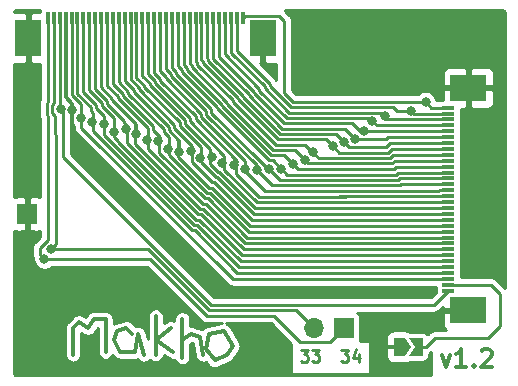
<source format=gtl>
G04 #@! TF.GenerationSoftware,KiCad,Pcbnew,(5.1.6)-1*
G04 #@! TF.CreationDate,2020-08-20T18:03:11-07:00*
G04 #@! TF.ProjectId,dualscreen_sp,6475616c-7363-4726-9565-6e5f73702e6b,rev?*
G04 #@! TF.SameCoordinates,Original*
G04 #@! TF.FileFunction,Copper,L1,Top*
G04 #@! TF.FilePolarity,Positive*
%FSLAX46Y46*%
G04 Gerber Fmt 4.6, Leading zero omitted, Abs format (unit mm)*
G04 Created by KiCad (PCBNEW (5.1.6)-1) date 2020-08-20 18:03:11*
%MOMM*%
%LPD*%
G01*
G04 APERTURE LIST*
G04 #@! TA.AperFunction,NonConductor*
%ADD10C,0.300000*%
G04 #@! TD*
G04 #@! TA.AperFunction,NonConductor*
%ADD11C,0.250000*%
G04 #@! TD*
G04 #@! TA.AperFunction,EtchedComponent*
%ADD12C,0.300000*%
G04 #@! TD*
G04 #@! TA.AperFunction,SMDPad,CuDef*
%ADD13C,0.100000*%
G04 #@! TD*
G04 #@! TA.AperFunction,ComponentPad*
%ADD14R,1.700000X1.700000*%
G04 #@! TD*
G04 #@! TA.AperFunction,SMDPad,CuDef*
%ADD15R,3.100000X2.300000*%
G04 #@! TD*
G04 #@! TA.AperFunction,SMDPad,CuDef*
%ADD16R,1.100000X0.300000*%
G04 #@! TD*
G04 #@! TA.AperFunction,SMDPad,CuDef*
%ADD17R,2.300000X3.100000*%
G04 #@! TD*
G04 #@! TA.AperFunction,SMDPad,CuDef*
%ADD18R,0.300000X1.100000*%
G04 #@! TD*
G04 #@! TA.AperFunction,ComponentPad*
%ADD19O,1.700000X1.700000*%
G04 #@! TD*
G04 #@! TA.AperFunction,ViaPad*
%ADD20C,0.800000*%
G04 #@! TD*
G04 #@! TA.AperFunction,Conductor*
%ADD21C,0.250000*%
G04 #@! TD*
G04 #@! TA.AperFunction,Conductor*
%ADD22C,0.350000*%
G04 #@! TD*
G04 #@! TA.AperFunction,Conductor*
%ADD23C,0.254000*%
G04 #@! TD*
G04 APERTURE END LIST*
D10*
X25107142Y-27178571D02*
X25464285Y-28178571D01*
X25821428Y-27178571D01*
X27178571Y-28178571D02*
X26321428Y-28178571D01*
X26750000Y-28178571D02*
X26750000Y-26678571D01*
X26607142Y-26892857D01*
X26464285Y-27035714D01*
X26321428Y-27107142D01*
X27821428Y-28035714D02*
X27892857Y-28107142D01*
X27821428Y-28178571D01*
X27750000Y-28107142D01*
X27821428Y-28035714D01*
X27821428Y-28178571D01*
X28464285Y-26821428D02*
X28535714Y-26750000D01*
X28678571Y-26678571D01*
X29035714Y-26678571D01*
X29178571Y-26750000D01*
X29250000Y-26821428D01*
X29321428Y-26964285D01*
X29321428Y-27107142D01*
X29250000Y-27321428D01*
X28392857Y-28178571D01*
X29321428Y-28178571D01*
D11*
X13153190Y-26765380D02*
X13772238Y-26765380D01*
X13438904Y-27146333D01*
X13581761Y-27146333D01*
X13677000Y-27193952D01*
X13724619Y-27241571D01*
X13772238Y-27336809D01*
X13772238Y-27574904D01*
X13724619Y-27670142D01*
X13677000Y-27717761D01*
X13581761Y-27765380D01*
X13296047Y-27765380D01*
X13200809Y-27717761D01*
X13153190Y-27670142D01*
X14105571Y-26765380D02*
X14724619Y-26765380D01*
X14391285Y-27146333D01*
X14534142Y-27146333D01*
X14629380Y-27193952D01*
X14677000Y-27241571D01*
X14724619Y-27336809D01*
X14724619Y-27574904D01*
X14677000Y-27670142D01*
X14629380Y-27717761D01*
X14534142Y-27765380D01*
X14248428Y-27765380D01*
X14153190Y-27717761D01*
X14105571Y-27670142D01*
X16581761Y-26765380D02*
X17200809Y-26765380D01*
X16867476Y-27146333D01*
X17010333Y-27146333D01*
X17105571Y-27193952D01*
X17153190Y-27241571D01*
X17200809Y-27336809D01*
X17200809Y-27574904D01*
X17153190Y-27670142D01*
X17105571Y-27717761D01*
X17010333Y-27765380D01*
X16724619Y-27765380D01*
X16629380Y-27717761D01*
X16581761Y-27670142D01*
X18057952Y-27098714D02*
X18057952Y-27765380D01*
X17819857Y-26717761D02*
X17581761Y-27432047D01*
X18200809Y-27432047D01*
D12*
X7381000Y-26408000D02*
X6631000Y-25158000D01*
X6881000Y-27158000D02*
X7381000Y-26408000D01*
X5881000Y-27658000D02*
X6881000Y-27158000D01*
X5131000Y-26658000D02*
X5881000Y-27658000D01*
X5381000Y-25408000D02*
X5131000Y-26658000D01*
X6631000Y-25158000D02*
X5381000Y-25408000D01*
X4631000Y-25658000D02*
X4881000Y-27158000D01*
X3881000Y-25408000D02*
X4631000Y-25658000D01*
X3131000Y-25908000D02*
X3881000Y-25408000D01*
X3131000Y-24158000D02*
X3131000Y-27408000D01*
X881000Y-25908000D02*
X2381000Y-26908000D01*
X2131000Y-24908000D02*
X881000Y-25908000D01*
X881000Y-23908000D02*
X881000Y-27158000D01*
X-619000Y-25408000D02*
X-119000Y-27158000D01*
X-869000Y-26908000D02*
X-619000Y-25408000D01*
X-2119000Y-26908000D02*
X-869000Y-26908000D01*
X-2619000Y-25908000D02*
X-2119000Y-26908000D01*
X-2369000Y-25158000D02*
X-2619000Y-25908000D01*
X-1619000Y-24908000D02*
X-2369000Y-25158000D01*
X-1119000Y-25408000D02*
X-1619000Y-24908000D01*
X-3369000Y-24158000D02*
X-3369000Y-26908000D01*
X-4869000Y-24908000D02*
X-4369000Y-24158000D01*
X-5619000Y-24408000D02*
X-4869000Y-24908000D01*
X-6119000Y-24908000D02*
X-5619000Y-24408000D01*
X-6119000Y-27158000D02*
X-6119000Y-24908000D01*
X-4369000Y-24158000D02*
X-3369000Y-24158000D01*
G04 #@! TA.AperFunction,SMDPad,CuDef*
D13*
G36*
X22525000Y-26500000D02*
G01*
X22025000Y-27250000D01*
X21025000Y-27250000D01*
X21025000Y-25750000D01*
X22025000Y-25750000D01*
X22525000Y-26500000D01*
G37*
G04 #@! TD.AperFunction*
G04 #@! TA.AperFunction,SMDPad,CuDef*
G36*
X23475000Y-27250000D02*
G01*
X22325000Y-27250000D01*
X22825000Y-26500000D01*
X22325000Y-25750000D01*
X23475000Y-25750000D01*
X23475000Y-27250000D01*
G37*
G04 #@! TD.AperFunction*
D14*
X-10000000Y-15250000D03*
D15*
X27350000Y-4580000D03*
X27350000Y-23420000D03*
D16*
X25650000Y-6250000D03*
X25650000Y-6750000D03*
X25650000Y-7250000D03*
X25650000Y-7750000D03*
X25650000Y-8250000D03*
X25650000Y-8750000D03*
X25650000Y-9250000D03*
X25650000Y-9750000D03*
X25650000Y-10250000D03*
X25650000Y-10750000D03*
X25650000Y-11250000D03*
X25650000Y-11750000D03*
X25650000Y-12250000D03*
X25650000Y-12750000D03*
X25650000Y-13250000D03*
X25650000Y-13750000D03*
X25650000Y-14250000D03*
X25650000Y-14750000D03*
X25650000Y-15250000D03*
X25650000Y-15750000D03*
X25650000Y-16250000D03*
X25650000Y-16750000D03*
X25650000Y-17250000D03*
X25650000Y-17750000D03*
X25650000Y-18250000D03*
X25650000Y-18750000D03*
X25650000Y-19250000D03*
X25650000Y-19750000D03*
X25650000Y-20250000D03*
X25650000Y-20750000D03*
X25650000Y-21250000D03*
X25650000Y-21750000D03*
D17*
X9920000Y-350000D03*
X-9920000Y-350000D03*
D18*
X8250000Y1350000D03*
X7750000Y1350000D03*
X7250000Y1350000D03*
X6750000Y1350000D03*
X6250000Y1350000D03*
X5750000Y1350000D03*
X5250000Y1350000D03*
X4750000Y1350000D03*
X4250000Y1350000D03*
X3750000Y1350000D03*
X3250000Y1350000D03*
X2750000Y1350000D03*
X2250000Y1350000D03*
X1750000Y1350000D03*
X1250000Y1350000D03*
X750000Y1350000D03*
X250000Y1350000D03*
X-250000Y1350000D03*
X-750000Y1350000D03*
X-1250000Y1350000D03*
X-1750000Y1350000D03*
X-2250000Y1350000D03*
X-2750000Y1350000D03*
X-3250000Y1350000D03*
X-3750000Y1350000D03*
X-4250000Y1350000D03*
X-4750000Y1350000D03*
X-5250000Y1350000D03*
X-5750000Y1350000D03*
X-6250000Y1350000D03*
X-6750000Y1350000D03*
X-7250000Y1350000D03*
X-7750000Y1350000D03*
X-8250000Y1350000D03*
D19*
X14280000Y-24904000D03*
D14*
X16820000Y-24904000D03*
D20*
X22512660Y-6524990D03*
X20296483Y-6950020D03*
X19232691Y-7400031D03*
X18507681Y-8199851D03*
X17782671Y-8891525D03*
X16825823Y-9182157D03*
X15886046Y-9523981D03*
X14237340Y-9987340D03*
X13512330Y-10688508D03*
X12523841Y-11023841D03*
X11492137Y-11419135D03*
X10487340Y-11487340D03*
X9440447Y-11534233D03*
X8441618Y-11485616D03*
X7504881Y-11135548D03*
X6521316Y-10954926D03*
X5659218Y-10448160D03*
X4660048Y-10489180D03*
X3852265Y-9899680D03*
X2856817Y-9995106D03*
X1897657Y-9712200D03*
X1102959Y-9105175D03*
X112191Y-8969522D03*
X-766057Y-8491293D03*
X-1677647Y-8080165D03*
X-2654863Y-8292467D03*
X-3495303Y-7658523D03*
X-4475377Y-7459831D03*
X-5411033Y-7106883D03*
X-10000000Y-26750000D03*
X10000000Y-26750000D03*
X27500000Y-23500000D03*
X27500000Y-4500000D03*
X10000000Y-500000D03*
X-10000000Y-500000D03*
X-6170475Y-6456290D03*
X19250000Y-21750000D03*
X20000000Y-26250000D03*
X-7166242Y-6364241D03*
X-7975010Y-18237340D03*
X-8542031Y-19061059D03*
X23725001Y-5774999D03*
D21*
X10549991Y-4436401D02*
X10549991Y-4264995D01*
X10549991Y-4264995D02*
X7750000Y-1465004D01*
X12338599Y-6225010D02*
X10549991Y-4436401D01*
X7750000Y-1465004D02*
X7750000Y1350000D01*
D22*
X22512660Y-6524990D02*
X22512660Y-6512660D01*
D21*
X22737670Y-6750000D02*
X25650000Y-6750000D01*
X22512660Y-6524990D02*
X22737670Y-6750000D01*
X21274990Y-6524990D02*
X20975010Y-6225010D01*
X22512660Y-6524990D02*
X21274990Y-6524990D01*
X20975010Y-6225010D02*
X12338599Y-6225010D01*
X10099980Y-4451394D02*
X7250000Y-1601414D01*
X7250000Y-1601414D02*
X7250000Y1350000D01*
X10099980Y-4622801D02*
X10099980Y-4451394D01*
X12152199Y-6675021D02*
X10099980Y-4622801D01*
X19902201Y-6675021D02*
X12152199Y-6675021D01*
X25650000Y-7250000D02*
X20477180Y-7250000D01*
X20477180Y-7250000D02*
X19902201Y-6675021D01*
X19582660Y-7750000D02*
X19232691Y-7400031D01*
X25650000Y-7750000D02*
X19582660Y-7750000D01*
X6750000Y1350000D02*
X6750000Y-1737826D01*
X9649969Y-4637795D02*
X9649969Y-4809201D01*
X18957692Y-7125032D02*
X19232691Y-7400031D01*
X9649969Y-4809201D02*
X11965799Y-7125032D01*
X11965799Y-7125032D02*
X18957692Y-7125032D01*
X6750000Y-1737826D02*
X9649969Y-4637795D01*
X25650000Y-8250000D02*
X19073002Y-8250000D01*
X19022853Y-8199851D02*
X18507681Y-8199851D01*
X19073002Y-8250000D02*
X19022853Y-8199851D01*
X6250000Y-1948779D02*
X6250000Y1350000D01*
X9199958Y-4898737D02*
X6250000Y-1948779D01*
X11779399Y-7575043D02*
X9199958Y-4995601D01*
X17529399Y-7575043D02*
X11779399Y-7575043D01*
X18204356Y-8250000D02*
X17529399Y-7575043D01*
X19073002Y-8250000D02*
X18204356Y-8250000D01*
X9199958Y-4995601D02*
X9199958Y-4898737D01*
X25650000Y-8750000D02*
X20573002Y-8750000D01*
X20573002Y-8750000D02*
X20398150Y-8924852D01*
X20398150Y-8924852D02*
X17815998Y-8924852D01*
X17815998Y-8924852D02*
X17782671Y-8891525D01*
X11592999Y-8025054D02*
X16916200Y-8025054D01*
X16916200Y-8025054D02*
X17782671Y-8891525D01*
X8749947Y-5182001D02*
X11592999Y-8025054D01*
X5763333Y-2098523D02*
X8749947Y-5085137D01*
X5750000Y550000D02*
X5763333Y536667D01*
X8749947Y-5085137D02*
X8749947Y-5182001D01*
X5763333Y536667D02*
X5763333Y-2098523D01*
X5750000Y1350000D02*
X5750000Y550000D01*
X25650000Y-9250000D02*
X20709413Y-9250000D01*
X20342886Y-9616527D02*
X17260193Y-9616527D01*
X20709413Y-9250000D02*
X20342886Y-9616527D01*
X17260193Y-9616527D02*
X16825823Y-9182157D01*
X5250000Y-2063409D02*
X5313322Y-2126731D01*
X5250000Y1350000D02*
X5250000Y-2063409D01*
X8299936Y-5368401D02*
X11406599Y-8475065D01*
X8299936Y-5271537D02*
X8299936Y-5368401D01*
X16118731Y-8475065D02*
X16825823Y-9182157D01*
X11406599Y-8475065D02*
X16118731Y-8475065D01*
X5313322Y-2284923D02*
X8299936Y-5271537D01*
X5313322Y-2126731D02*
X5313322Y-2284923D01*
X20529286Y-10066538D02*
X16428603Y-10066538D01*
X25650000Y-9750000D02*
X20845824Y-9750000D01*
X20845824Y-9750000D02*
X20529286Y-10066538D01*
X16428603Y-10066538D02*
X15886046Y-9523981D01*
X11220199Y-8925076D02*
X15287141Y-8925076D01*
X7849925Y-5554801D02*
X11220199Y-8925076D01*
X15287141Y-8925076D02*
X15886046Y-9523981D01*
X4750000Y1350000D02*
X4750000Y-2199820D01*
X4863311Y-2313131D02*
X4863311Y-2471323D01*
X7849925Y-5457937D02*
X7849925Y-5554801D01*
X4863311Y-2471323D02*
X7849925Y-5457937D01*
X4750000Y-2199820D02*
X4863311Y-2313131D01*
X14396004Y-10250000D02*
X14237340Y-10091336D01*
X14237340Y-10091336D02*
X14237340Y-9987340D01*
X20982235Y-10250000D02*
X25650000Y-10250000D01*
X14662553Y-10516549D02*
X20715686Y-10516549D01*
X14396004Y-10250000D02*
X14662553Y-10516549D01*
X20715686Y-10516549D02*
X20982235Y-10250000D01*
X4413300Y-2657723D02*
X7399914Y-5644337D01*
X13521091Y-9375087D02*
X14396004Y-10250000D01*
X4250000Y1350000D02*
X4250000Y-2336231D01*
X4250000Y-2336231D02*
X4413300Y-2499531D01*
X11033799Y-9375087D02*
X13521091Y-9375087D01*
X7399914Y-5741201D02*
X11033799Y-9375087D01*
X7399914Y-5644337D02*
X7399914Y-5741201D01*
X4413300Y-2499531D02*
X4413300Y-2657723D01*
X25650000Y-10750000D02*
X21118646Y-10750000D01*
X21118646Y-10750000D02*
X20902086Y-10966560D01*
X20902086Y-10966560D02*
X13790382Y-10966560D01*
X13790382Y-10966560D02*
X13512330Y-10688508D01*
X3750000Y-2472642D02*
X3963289Y-2685931D01*
X3963289Y-2844123D02*
X6949903Y-5830737D01*
X10847399Y-9825098D02*
X12648920Y-9825098D01*
X12648920Y-9825098D02*
X13512330Y-10688508D01*
X6949903Y-5927601D02*
X10847399Y-9825098D01*
X3963289Y-2685931D02*
X3963289Y-2844123D01*
X6949903Y-5830737D02*
X6949903Y-5927601D01*
X3750000Y1350000D02*
X3750000Y-2472642D01*
X21255057Y-11250000D02*
X21030006Y-11475051D01*
X21030006Y-11475051D02*
X18044976Y-11475051D01*
X18044976Y-11475051D02*
X17993765Y-11423840D01*
X12923840Y-11423840D02*
X12523841Y-11023841D01*
X17993765Y-11423840D02*
X12923840Y-11423840D01*
X25650000Y-11250000D02*
X21255057Y-11250000D01*
X11775109Y-10275109D02*
X12523841Y-11023841D01*
X3250000Y1350000D02*
X3250000Y-2609053D01*
X6499892Y-6114001D02*
X10660999Y-10275109D01*
X6499892Y-6017137D02*
X6499892Y-6114001D01*
X3513278Y-2872331D02*
X3513278Y-3030523D01*
X3250000Y-2609053D02*
X3513278Y-2872331D01*
X10660999Y-10275109D02*
X11775109Y-10275109D01*
X3513278Y-3030523D02*
X6499892Y-6017137D01*
X25650000Y-11750000D02*
X21391468Y-11750000D01*
X3063267Y-3216923D02*
X3063267Y-3058731D01*
X10474599Y-10725120D02*
X6049881Y-6300401D01*
X21216401Y-11925067D02*
X18033599Y-11925067D01*
X18033544Y-11925012D02*
X11998014Y-11925012D01*
X6049881Y-6203537D02*
X3063267Y-3216923D01*
X18033599Y-11925067D02*
X18033544Y-11925012D01*
X21391468Y-11750000D02*
X21216401Y-11925067D01*
X10798122Y-10725120D02*
X10474599Y-10725120D01*
X6049881Y-6300401D02*
X6049881Y-6203537D01*
X2750000Y-2745464D02*
X2750000Y1350000D01*
X3063267Y-3058731D02*
X2750000Y-2745464D01*
X11998014Y-11925012D02*
X10798122Y-10725120D01*
X10434062Y-11434062D02*
X10487340Y-11487340D01*
X11375023Y-12375023D02*
X17847144Y-12375023D01*
X17847199Y-12375078D02*
X21402801Y-12375078D01*
X10434062Y-11434062D02*
X11375023Y-12375023D01*
X17847144Y-12375023D02*
X17847199Y-12375078D01*
X21402801Y-12375078D02*
X21527879Y-12250000D01*
X21527879Y-12250000D02*
X25650000Y-12250000D01*
X10418874Y-11487340D02*
X9465767Y-10534233D01*
X9465767Y-10534233D02*
X9558970Y-10627438D01*
X10487340Y-11487340D02*
X10418874Y-11487340D01*
X2250000Y1350000D02*
X2250000Y-2881875D01*
X5599870Y-6668336D02*
X9465767Y-10534233D01*
X5599870Y-6389937D02*
X5599870Y-6668336D01*
X2613256Y-3403323D02*
X5599870Y-6389937D01*
X2613256Y-3245131D02*
X2613256Y-3403323D01*
X2250000Y-2881875D02*
X2613256Y-3245131D01*
X21589201Y-12825089D02*
X17660799Y-12825089D01*
X10752032Y-12825034D02*
X9272561Y-11345563D01*
X21664290Y-12750000D02*
X21589201Y-12825089D01*
X25650000Y-12750000D02*
X21664290Y-12750000D01*
X17660744Y-12825034D02*
X10752032Y-12825034D01*
X17660799Y-12825089D02*
X17660744Y-12825034D01*
X9272561Y-11366347D02*
X9440447Y-11534233D01*
X2163245Y-3431531D02*
X2163245Y-3589723D01*
X2163245Y-3589723D02*
X5149859Y-6576337D01*
X5149859Y-6576337D02*
X5149859Y-6854737D01*
X9440447Y-11145325D02*
X9440447Y-11534233D01*
X5149859Y-6854737D02*
X9440447Y-11145325D01*
X1750000Y-3018287D02*
X2163245Y-3431531D01*
X1750000Y1350000D02*
X1750000Y-3018287D01*
X8454356Y-10795644D02*
X8454356Y-11472878D01*
X8454356Y-10795644D02*
X8454356Y-11621146D01*
X8454356Y-11621146D02*
X10108255Y-13275045D01*
X10108255Y-13275045D02*
X17474344Y-13275045D01*
X17474344Y-13275045D02*
X17474399Y-13275100D01*
X17474399Y-13275100D02*
X24824900Y-13275100D01*
X8454356Y-11472878D02*
X8441618Y-11485616D01*
X24850000Y-13250000D02*
X25650000Y-13250000D01*
X24824900Y-13275100D02*
X24850000Y-13250000D01*
X1250000Y1350000D02*
X1250000Y-3154698D01*
X1713234Y-3617932D02*
X1713234Y-3776123D01*
X1713234Y-3776123D02*
X4699848Y-6762737D01*
X4699848Y-6762737D02*
X4699848Y-7041136D01*
X4699848Y-7041136D02*
X8454356Y-10795644D01*
X1250000Y-3154698D02*
X1713234Y-3617932D01*
X7761150Y-10879279D02*
X7504881Y-11135548D01*
X7761150Y-10738850D02*
X7761150Y-10879279D01*
X4249837Y-6949137D02*
X1263223Y-3962523D01*
X4249837Y-7227537D02*
X4249837Y-6949137D01*
X1263223Y-3804331D02*
X750000Y-3291108D01*
X1263223Y-3962523D02*
X1263223Y-3804331D01*
X7761150Y-10738850D02*
X4249837Y-7227537D01*
X750000Y-3291108D02*
X750000Y1350000D01*
X16974955Y-13775045D02*
X17000000Y-13750000D01*
X9658045Y-13775045D02*
X16974955Y-13775045D01*
X7761150Y-10738850D02*
X7716617Y-10783383D01*
X25650000Y-13750000D02*
X17000000Y-13750000D01*
X17000000Y-13750000D02*
X16391468Y-13750000D01*
X7716617Y-10783383D02*
X7716617Y-11833617D01*
X7716617Y-11833617D02*
X9658045Y-13775045D01*
X16527879Y-14250000D02*
X25650000Y-14250000D01*
X6692945Y-11510369D02*
X9432571Y-14250000D01*
X6692945Y-10307055D02*
X6692945Y-11510369D01*
X6692945Y-10783297D02*
X6521316Y-10954926D01*
X6692945Y-10307055D02*
X6692945Y-10783297D01*
X250000Y1350000D02*
X250000Y-3427520D01*
X250000Y-3427520D02*
X813212Y-3990732D01*
X3799826Y-7135537D02*
X3799826Y-7413936D01*
X3799826Y-7413936D02*
X6692945Y-10307055D01*
X813212Y-3990732D02*
X813212Y-4148923D01*
X813212Y-4148923D02*
X3799826Y-7135537D01*
X16527879Y-14250000D02*
X12750000Y-14250000D01*
X9432571Y-14250000D02*
X12750000Y-14250000D01*
X12750000Y-14250000D02*
X12972121Y-14250000D01*
X6226087Y-11679927D02*
X6173315Y-11679927D01*
X12835710Y-14750000D02*
X9296160Y-14750000D01*
X5499740Y-9750260D02*
X5499740Y-10288682D01*
X5499740Y-10288682D02*
X5659218Y-10448160D01*
X5499740Y-11006352D02*
X5499740Y-9750260D01*
X6173315Y-11679927D02*
X5499740Y-11006352D01*
X9296160Y-14750000D02*
X6226087Y-11679927D01*
X5499740Y-9750260D02*
X3349815Y-7600335D01*
X3349815Y-7600335D02*
X3349815Y-7321937D01*
X3349815Y-7321937D02*
X363201Y-4335323D01*
X363201Y-4335323D02*
X363201Y-4177132D01*
X363201Y-4177132D02*
X-250000Y-3563931D01*
X-250000Y-3563931D02*
X-250000Y1350000D01*
X12835710Y-14750000D02*
X17000000Y-14750000D01*
X25650000Y-14750000D02*
X17000000Y-14750000D01*
X17000000Y-14750000D02*
X16664290Y-14750000D01*
X4681534Y-10467694D02*
X4660048Y-10489180D01*
X5986915Y-12129938D02*
X6039687Y-12129938D01*
X12699299Y-15250000D02*
X12724399Y-15275100D01*
X4681534Y-9568466D02*
X4681534Y-10824557D01*
X24824900Y-15275100D02*
X24850000Y-15250000D01*
X12724399Y-15275100D02*
X24824900Y-15275100D01*
X9159749Y-15250000D02*
X12699299Y-15250000D01*
X6039687Y-12129938D02*
X9159749Y-15250000D01*
X4681534Y-10824557D02*
X5986915Y-12129938D01*
X4681534Y-9568466D02*
X4681534Y-10467694D01*
X24850000Y-15250000D02*
X25650000Y-15250000D01*
X-750000Y-3700341D02*
X-86810Y-4363531D01*
X2899804Y-7786736D02*
X4681534Y-9568466D01*
X-86810Y-4521723D02*
X2899804Y-7508337D01*
X2899804Y-7508337D02*
X2899804Y-7786736D01*
X-86810Y-4363531D02*
X-86810Y-4521723D01*
X-750000Y1350000D02*
X-750000Y-3700341D01*
X5853288Y-12579949D02*
X5677813Y-12579949D01*
X3988329Y-9763616D02*
X3852265Y-9899680D01*
X3935046Y-10837182D02*
X3935046Y-9564954D01*
X5677813Y-12579949D02*
X3935046Y-10837182D01*
X3935046Y-9564954D02*
X3988329Y-9511671D01*
X9023338Y-15750000D02*
X5853288Y-12579949D01*
X25650000Y-15750000D02*
X9023338Y-15750000D01*
X3988329Y-9511671D02*
X3988329Y-9763616D01*
X2449793Y-7694737D02*
X-536821Y-4708123D01*
X-1250000Y-3836753D02*
X-1250000Y1350000D01*
X2449793Y-7973135D02*
X2449793Y-7694737D01*
X-536821Y-4549931D02*
X-1250000Y-3836753D01*
X-536821Y-4708123D02*
X-536821Y-4549931D01*
X3988329Y-9511671D02*
X2449793Y-7973135D01*
X5666887Y-13029960D02*
X8886927Y-16250000D01*
X2795122Y-10408195D02*
X5416887Y-13029960D01*
X5416887Y-13029960D02*
X5666887Y-13029960D01*
X2795122Y-8954878D02*
X2795122Y-10408195D01*
X2856817Y-9016573D02*
X2856817Y-9995106D01*
X8886927Y-16250000D02*
X25650000Y-16250000D01*
X2795122Y-8954878D02*
X2856817Y-9016573D01*
X1999782Y-7881137D02*
X1999782Y-8159538D01*
X1999782Y-8159538D02*
X2795122Y-8954878D01*
X-1750000Y-3973164D02*
X-986832Y-4736332D01*
X-986832Y-4894523D02*
X1999782Y-7881137D01*
X-1750000Y1350000D02*
X-1750000Y-3973164D01*
X-986832Y-4736332D02*
X-986832Y-4894523D01*
X1975001Y-10224485D02*
X1975001Y-8771166D01*
X25650000Y-16750000D02*
X8750516Y-16750000D01*
X8750516Y-16750000D02*
X5480488Y-13479971D01*
X5480488Y-13479971D02*
X5230487Y-13479971D01*
X1975001Y-8771166D02*
X1975001Y-9634856D01*
X5230487Y-13479971D02*
X1975001Y-10224485D01*
X1975001Y-9634856D02*
X1897657Y-9712200D01*
X-2250000Y-4109574D02*
X-2250000Y1350000D01*
X1975001Y-8771166D02*
X1549771Y-8345936D01*
X-1436843Y-4922731D02*
X-2250000Y-4109574D01*
X1549771Y-8345936D02*
X1549771Y-8067537D01*
X1549771Y-8067537D02*
X-1436843Y-5080923D01*
X-1436843Y-5080923D02*
X-1436843Y-4922731D01*
X675012Y-7829188D02*
X675012Y-8107589D01*
X-1886854Y-5109131D02*
X-1886854Y-5267322D01*
X-1886854Y-5267322D02*
X675012Y-7829188D01*
X-2750000Y-4245985D02*
X-1886854Y-5109131D01*
X-2750000Y1350000D02*
X-2750000Y-4245985D01*
X675012Y-8107589D02*
X1283711Y-8716289D01*
X1283711Y-8716289D02*
X1172656Y-8827344D01*
X1283711Y-8924423D02*
X1102959Y-9105175D01*
X1283711Y-8716289D02*
X1283711Y-8924423D01*
X5294087Y-13929982D02*
X8614105Y-17250000D01*
X1172656Y-8827344D02*
X1172656Y-10060201D01*
X8614105Y-17250000D02*
X25650000Y-17250000D01*
X1172656Y-10060201D02*
X5042437Y-13929982D01*
X5042437Y-13929982D02*
X5294087Y-13929982D01*
X-2336865Y-5295531D02*
X-3250000Y-4382397D01*
X225001Y-8293988D02*
X225001Y-8015588D01*
X225001Y-8015588D02*
X-2336865Y-5453722D01*
X-3250000Y-4382397D02*
X-3250000Y1350000D01*
X-2336865Y-5453722D02*
X-2336865Y-5295531D01*
X25650000Y-17750000D02*
X8477694Y-17750000D01*
X225001Y-9748957D02*
X225001Y-8293988D01*
X4856037Y-14379993D02*
X225001Y-9748957D01*
X225001Y-8856712D02*
X112191Y-8969522D01*
X8477694Y-17750000D02*
X5107688Y-14379993D01*
X225001Y-8293988D02*
X225001Y-8856712D01*
X5107688Y-14379993D02*
X4856037Y-14379993D01*
X-3750000Y1350000D02*
X-3750000Y-4518808D01*
X-3750000Y-4518808D02*
X-2786876Y-5481931D01*
X-2786876Y-5481931D02*
X-2786876Y-5640122D01*
X-2786876Y-5640122D02*
X-838499Y-7588499D01*
X-838499Y-9321868D02*
X4669637Y-14830004D01*
X-838499Y-7588499D02*
X-838499Y-9321868D01*
X-766057Y-7660941D02*
X-766057Y-8491293D01*
X-838499Y-7588499D02*
X-766057Y-7660941D01*
X4669637Y-14830004D02*
X4921287Y-14830004D01*
X4921287Y-14830004D02*
X8341283Y-18250000D01*
X8341283Y-18250000D02*
X25650000Y-18250000D01*
X-4250000Y-4655219D02*
X-4250000Y1350000D01*
X-3236887Y-5917289D02*
X-3236887Y-5668331D01*
X-3236887Y-5668331D02*
X-4250000Y-4655219D01*
X-1774944Y-7566865D02*
X-1774944Y-7379232D01*
X-1774944Y-7379232D02*
X-3236887Y-5917289D01*
X-1545904Y-7795904D02*
X-1774944Y-7566865D01*
X4483237Y-15280015D02*
X-1545904Y-9250874D01*
X-1545904Y-9250874D02*
X-1545904Y-7795904D01*
X25650000Y-18750000D02*
X8204872Y-18750000D01*
X8204872Y-18750000D02*
X4734888Y-15280015D01*
X-1545904Y-7948422D02*
X-1677647Y-8080165D01*
X4734888Y-15280015D02*
X4483237Y-15280015D01*
X-1545904Y-7795904D02*
X-1545904Y-7948422D01*
X-2393903Y-8972574D02*
X-2308238Y-9058238D01*
X-2654863Y-8711613D02*
X-2654863Y-8292467D01*
X-4750000Y1350000D02*
X-4750000Y-4791630D01*
X-2308238Y-9058238D02*
X-2308238Y-9124951D01*
X-2308238Y-9124951D02*
X4296837Y-15730026D01*
X8068461Y-19250000D02*
X25650000Y-19250000D01*
X-2647315Y-7987992D02*
X-2647315Y-8284919D01*
X-3686898Y-5854731D02*
X-3686898Y-6103689D01*
X-2308238Y-9058238D02*
X-2654863Y-8711613D01*
X-2654863Y-7135724D02*
X-2654863Y-8292467D01*
X-2647315Y-8284919D02*
X-2654863Y-8292467D01*
X-3686898Y-6103689D02*
X-2654863Y-7135724D01*
X4548487Y-15730026D02*
X8068461Y-19250000D01*
X4296837Y-15730026D02*
X4548487Y-15730026D01*
X-4750000Y-4791630D02*
X-3686898Y-5854731D01*
X-5250000Y-4928041D02*
X-5250000Y1350000D01*
X-4136909Y-6290089D02*
X-4136909Y-6041131D01*
X-4136909Y-6041131D02*
X-5250000Y-4928041D01*
X-3463499Y-6963499D02*
X-4136909Y-6290089D01*
X-3463499Y-7626719D02*
X-3495303Y-7658523D01*
X-3463499Y-6963499D02*
X-3463499Y-7626719D01*
X25650000Y-19750000D02*
X7932050Y-19750000D01*
X7932050Y-19750000D02*
X4362088Y-16180037D01*
X4362088Y-16180037D02*
X4110437Y-16180037D01*
X4110437Y-16180037D02*
X-3463499Y-8606101D01*
X-3463499Y-8606101D02*
X-3463499Y-6963499D01*
X-5750000Y-5064452D02*
X-4586920Y-6227532D01*
X-4586920Y-6227532D02*
X-4586920Y-6567256D01*
X-5750000Y1350000D02*
X-5750000Y-5064452D01*
X-4586920Y-6567256D02*
X-4452088Y-6702088D01*
X-4452088Y-7436542D02*
X-4475377Y-7459831D01*
X-4452088Y-6702088D02*
X-4452088Y-7436542D01*
X4175688Y-16630048D02*
X7795640Y-20250000D01*
X-4452088Y-8253923D02*
X3924037Y-16630048D01*
X-4452088Y-6702088D02*
X-4452088Y-8253923D01*
X3924037Y-16630048D02*
X4175688Y-16630048D01*
X7795640Y-20250000D02*
X24850000Y-20250000D01*
X24850000Y-20250000D02*
X25650000Y-20250000D01*
X-6250000Y-5200863D02*
X-6250000Y1350000D01*
X-5390158Y-7106883D02*
X-5411033Y-7106883D01*
X-5411033Y-6039831D02*
X-5475432Y-5975432D01*
X-5411033Y-7106883D02*
X-5411033Y-6039831D01*
X-5475432Y-5975432D02*
X-6250000Y-5200863D01*
X-5411033Y-7106883D02*
X-5411033Y-7952557D01*
X7386410Y-20750000D02*
X24850000Y-20750000D01*
X-5411033Y-7952557D02*
X7386410Y-20750000D01*
X24850000Y-20750000D02*
X25650000Y-20750000D01*
D22*
X-6170475Y-5916799D02*
X-6170475Y-6456290D01*
X-6750000Y-5337274D02*
X-6170475Y-5916799D01*
X-6750000Y1350000D02*
X-6750000Y-5337274D01*
X-6170475Y-6456290D02*
X-6170475Y-8420475D01*
X-6170475Y-8420475D02*
X-6170475Y-9079525D01*
X-6170475Y-9079525D02*
X6500000Y-21750000D01*
X6500000Y-21750000D02*
X19250000Y-21750000D01*
X20250000Y-26500000D02*
X20000000Y-26250000D01*
X21525000Y-26500000D02*
X20250000Y-26500000D01*
D21*
X-7250000Y-6280483D02*
X-7166242Y-6364241D01*
X-7250000Y1350000D02*
X-7250000Y-6280483D01*
X-6950009Y-10436402D02*
X-6950009Y-6580474D01*
X-6950009Y-6580474D02*
X-7166242Y-6364241D01*
X5563600Y-22950011D02*
X-6950009Y-10436402D01*
X25650000Y-21750000D02*
X24449989Y-22950011D01*
X24449989Y-22950011D02*
X5563600Y-22950011D01*
X-7575011Y-8544156D02*
X-7575011Y-17837341D01*
X-7616253Y-6987234D02*
X-7616253Y-8502914D01*
X-7891244Y-6016239D02*
X-7891244Y-6712243D01*
X-7616253Y-8502914D02*
X-7575011Y-8544156D01*
X-7750000Y-5874995D02*
X-7891244Y-6016239D01*
X-7750000Y1350000D02*
X-7750000Y-5874995D01*
X-7575011Y-17837341D02*
X-7975010Y-18237340D01*
X-7891244Y-6712243D02*
X-7616253Y-6987234D01*
X12776022Y-23400022D02*
X14280000Y-24904000D01*
X5377200Y-23400022D02*
X12776022Y-23400022D01*
X-7975010Y-18237340D02*
X214518Y-18237340D01*
X214518Y-18237340D02*
X5377200Y-23400022D01*
X-8942030Y-18131356D02*
X-8942030Y-18661060D01*
X-8250000Y-5738584D02*
X-8341255Y-5829839D01*
X-8250000Y1350000D02*
X-8250000Y-5738584D01*
X-8341255Y-5829839D02*
X-8341255Y-6898643D01*
X-8942030Y-18661060D02*
X-8542031Y-19061059D01*
X-8250000Y-6989898D02*
X-8250000Y-17439326D01*
X-8250000Y-17439326D02*
X-8942030Y-18131356D01*
X-8341255Y-6898643D02*
X-8250000Y-6989898D01*
X5190800Y-23850033D02*
X10886359Y-23850033D01*
X401826Y-19061059D02*
X5190800Y-23850033D01*
X-8542031Y-19061059D02*
X401826Y-19061059D01*
X15644999Y-26079001D02*
X16820000Y-24904000D01*
X13115327Y-26079001D02*
X15644999Y-26079001D01*
X10886359Y-23850033D02*
X13115327Y-26079001D01*
X23725001Y-5774999D02*
X24200002Y-6250000D01*
X24200002Y-6250000D02*
X25650000Y-6250000D01*
X8425001Y1525001D02*
X8250000Y1350000D01*
X12524999Y-5774999D02*
X11750000Y-5000000D01*
X23725001Y-5774999D02*
X12524999Y-5774999D01*
X11750000Y1105002D02*
X11330001Y1525001D01*
X11750000Y-5000000D02*
X11750000Y1105002D01*
X11330001Y1525001D02*
X8425001Y1525001D01*
X25650000Y-21250000D02*
X29250000Y-21250000D01*
X29250000Y-21250000D02*
X30000000Y-22000000D01*
X30000000Y-22000000D02*
X30000000Y-24750000D01*
X30000000Y-24750000D02*
X29000000Y-25750000D01*
X29000000Y-25750000D02*
X24500000Y-25750000D01*
X23750000Y-26500000D02*
X22975000Y-26500000D01*
X24500000Y-25750000D02*
X23750000Y-26500000D01*
D23*
G36*
X-8929549Y1900000D02*
G01*
X-8929549Y1837505D01*
X-9634250Y1835000D01*
X-9793000Y1676250D01*
X-9793000Y-223000D01*
X-9773000Y-223000D01*
X-9773000Y-477000D01*
X-9793000Y-477000D01*
X-9793000Y-2376250D01*
X-9634250Y-2535000D01*
X-8901999Y-2537603D01*
X-8901999Y-5495796D01*
X-8933051Y-5553891D01*
X-8946538Y-5579123D01*
X-8983820Y-5702025D01*
X-8996409Y-5829839D01*
X-8993255Y-5861862D01*
X-8993254Y-6866611D01*
X-8996409Y-6898643D01*
X-8983820Y-7026457D01*
X-8946538Y-7149359D01*
X-8931769Y-7176990D01*
X-8902000Y-7232684D01*
X-8901999Y-13812540D01*
X-8905820Y-13810498D01*
X-9025518Y-13774188D01*
X-9150000Y-13761928D01*
X-9714250Y-13765000D01*
X-9873000Y-13923750D01*
X-9873000Y-15123000D01*
X-9853000Y-15123000D01*
X-9853000Y-15377000D01*
X-9873000Y-15377000D01*
X-9873000Y-16576250D01*
X-9714250Y-16735000D01*
X-9150000Y-16738072D01*
X-9025518Y-16725812D01*
X-8905820Y-16689502D01*
X-8901999Y-16687460D01*
X-8901999Y-17169258D01*
X-9380412Y-17647672D01*
X-9405294Y-17668092D01*
X-9486771Y-17767373D01*
X-9541285Y-17869363D01*
X-9547313Y-17880640D01*
X-9584595Y-18003542D01*
X-9597184Y-18131356D01*
X-9594030Y-18163378D01*
X-9594030Y-18629038D01*
X-9597184Y-18661060D01*
X-9594030Y-18693082D01*
X-9584595Y-18788874D01*
X-9547313Y-18911777D01*
X-9486771Y-19025044D01*
X-9469031Y-19046660D01*
X-9469031Y-19152360D01*
X-9433407Y-19331455D01*
X-9363527Y-19500158D01*
X-9262079Y-19651987D01*
X-9132959Y-19781107D01*
X-8981130Y-19882555D01*
X-8812427Y-19952435D01*
X-8633332Y-19988059D01*
X-8450730Y-19988059D01*
X-8271635Y-19952435D01*
X-8102932Y-19882555D01*
X-7951103Y-19781107D01*
X-7883055Y-19713059D01*
X131760Y-19713059D01*
X4707120Y-24288420D01*
X4727536Y-24313297D01*
X4826816Y-24394774D01*
X4935380Y-24452802D01*
X4940083Y-24455316D01*
X5062985Y-24492598D01*
X5190800Y-24505187D01*
X5222822Y-24502033D01*
X6458800Y-24502033D01*
X5281542Y-24737485D01*
X5248982Y-24740658D01*
X5216309Y-24750532D01*
X5215624Y-24750669D01*
X5184855Y-24760038D01*
X5121328Y-24779236D01*
X5120696Y-24779573D01*
X5120013Y-24779781D01*
X5062012Y-24810862D01*
X5003652Y-24841977D01*
X5003097Y-24842431D01*
X5002469Y-24842768D01*
X4951620Y-24884588D01*
X4900477Y-24926470D01*
X4900023Y-24927023D01*
X4899470Y-24927477D01*
X4857833Y-24978321D01*
X4830979Y-25010972D01*
X4784464Y-24995262D01*
X4783122Y-24995087D01*
X4149863Y-24784001D01*
X4141987Y-24779781D01*
X4086689Y-24762943D01*
X4063540Y-24755227D01*
X4054881Y-24753258D01*
X4014413Y-24740936D01*
X3990004Y-24738506D01*
X3966083Y-24733067D01*
X3923798Y-24731916D01*
X3881712Y-24727726D01*
X3857298Y-24730105D01*
X3832776Y-24729437D01*
X3808000Y-24733668D01*
X3808000Y-24124748D01*
X3798204Y-24025285D01*
X3759492Y-23897670D01*
X3696628Y-23780059D01*
X3612026Y-23676973D01*
X3508940Y-23592372D01*
X3391329Y-23529508D01*
X3263714Y-23490796D01*
X3131000Y-23477725D01*
X2998285Y-23490796D01*
X2870670Y-23529508D01*
X2753059Y-23592372D01*
X2649973Y-23676974D01*
X2565372Y-23780060D01*
X2502508Y-23897671D01*
X2463796Y-24025286D01*
X2454000Y-24124749D01*
X2454000Y-24309896D01*
X2336583Y-24259533D01*
X2206123Y-24231886D01*
X2072777Y-24230221D01*
X1941667Y-24254604D01*
X1817833Y-24304095D01*
X1734046Y-24358580D01*
X1558000Y-24499417D01*
X1558000Y-23874748D01*
X1548204Y-23775285D01*
X1509492Y-23647670D01*
X1446628Y-23530059D01*
X1362026Y-23426973D01*
X1258940Y-23342372D01*
X1141329Y-23279508D01*
X1013714Y-23240796D01*
X881000Y-23227725D01*
X748285Y-23240796D01*
X620670Y-23279508D01*
X503059Y-23342372D01*
X399973Y-23426974D01*
X315372Y-23530060D01*
X252508Y-23647671D01*
X213796Y-23775286D01*
X204000Y-23874749D01*
X204001Y-25824187D01*
X45824Y-25270571D01*
X43738Y-25254536D01*
X27542Y-25206583D01*
X22816Y-25190042D01*
X16906Y-25175093D01*
X1065Y-25128190D01*
X-7566Y-25113189D01*
X-13927Y-25097097D01*
X-40751Y-25055507D01*
X-65438Y-25012598D01*
X-76832Y-24999565D01*
X-86209Y-24985027D01*
X-120624Y-24949476D01*
X-153213Y-24912201D01*
X-166929Y-24901643D01*
X-178964Y-24889211D01*
X-219661Y-24861053D01*
X-258889Y-24830857D01*
X-274402Y-24823178D01*
X-288630Y-24813333D01*
X-334037Y-24793656D01*
X-378404Y-24771692D01*
X-395114Y-24767187D01*
X-410991Y-24760307D01*
X-459370Y-24749865D01*
X-507164Y-24736981D01*
X-524432Y-24735823D01*
X-541347Y-24732172D01*
X-590832Y-24731369D01*
X-640222Y-24728056D01*
X-657384Y-24730289D01*
X-674686Y-24730008D01*
X-723371Y-24738874D01*
X-772465Y-24745261D01*
X-788867Y-24750801D01*
X-805885Y-24753900D01*
X-812903Y-24756674D01*
X-1099719Y-24469859D01*
X-1105085Y-24462283D01*
X-1146774Y-24422804D01*
X-1163802Y-24405776D01*
X-1170948Y-24399911D01*
X-1201914Y-24370587D01*
X-1222371Y-24357710D01*
X-1241060Y-24342372D01*
X-1278682Y-24322263D01*
X-1314773Y-24299544D01*
X-1337348Y-24290905D01*
X-1358671Y-24279508D01*
X-1399489Y-24267126D01*
X-1439322Y-24251883D01*
X-1463150Y-24247814D01*
X-1486286Y-24240796D01*
X-1528737Y-24236615D01*
X-1570777Y-24229437D01*
X-1594944Y-24230095D01*
X-1619000Y-24227726D01*
X-1661442Y-24231906D01*
X-1704085Y-24233067D01*
X-1727656Y-24238427D01*
X-1751714Y-24240796D01*
X-1792537Y-24253180D01*
X-1801541Y-24255227D01*
X-1824354Y-24262831D01*
X-1879329Y-24279508D01*
X-1887523Y-24283888D01*
X-2533983Y-24499374D01*
X-2548680Y-24501884D01*
X-2597107Y-24520416D01*
X-2614631Y-24526257D01*
X-2628181Y-24532307D01*
X-2673228Y-24549545D01*
X-2688934Y-24559432D01*
X-2692000Y-24560801D01*
X-2692000Y-24191252D01*
X-2688725Y-24158000D01*
X-2701796Y-24025285D01*
X-2740508Y-23897670D01*
X-2803372Y-23780059D01*
X-2887973Y-23676973D01*
X-2991059Y-23592372D01*
X-3108670Y-23529508D01*
X-3236285Y-23490796D01*
X-3335748Y-23481000D01*
X-3369000Y-23477725D01*
X-3402252Y-23481000D01*
X-4336101Y-23481000D01*
X-4369712Y-23477725D01*
X-4435554Y-23484280D01*
X-4501715Y-23490796D01*
X-4502061Y-23490901D01*
X-4502413Y-23490936D01*
X-4565776Y-23510229D01*
X-4629330Y-23529508D01*
X-4629643Y-23529675D01*
X-4629987Y-23529780D01*
X-4688415Y-23561089D01*
X-4746941Y-23592372D01*
X-4747219Y-23592601D01*
X-4747532Y-23592768D01*
X-4798644Y-23634803D01*
X-4850027Y-23676973D01*
X-4850253Y-23677248D01*
X-4850531Y-23677477D01*
X-4892442Y-23728655D01*
X-4934628Y-23780059D01*
X-4950549Y-23809844D01*
X-5056766Y-23969171D01*
X-5215499Y-23863349D01*
X-5241060Y-23842372D01*
X-5270848Y-23826450D01*
X-5271136Y-23826258D01*
X-5299610Y-23811076D01*
X-5358670Y-23779508D01*
X-5359013Y-23779404D01*
X-5359328Y-23779236D01*
X-5422571Y-23760124D01*
X-5486286Y-23740796D01*
X-5486644Y-23740761D01*
X-5486984Y-23740658D01*
X-5552509Y-23734274D01*
X-5619000Y-23727725D01*
X-5619359Y-23727760D01*
X-5619711Y-23727726D01*
X-5684962Y-23734222D01*
X-5751715Y-23740796D01*
X-5752061Y-23740901D01*
X-5752412Y-23740936D01*
X-5815073Y-23760016D01*
X-5879330Y-23779508D01*
X-5879648Y-23779678D01*
X-5879986Y-23779781D01*
X-5937643Y-23810677D01*
X-5996941Y-23842372D01*
X-5997221Y-23842602D01*
X-5997531Y-23842768D01*
X-6048027Y-23884297D01*
X-6074199Y-23905776D01*
X-6074456Y-23906033D01*
X-6100530Y-23927477D01*
X-6121470Y-23953048D01*
X-6574198Y-24405776D01*
X-6600026Y-24426973D01*
X-6621221Y-24452799D01*
X-6621224Y-24452802D01*
X-6684628Y-24530060D01*
X-6747492Y-24647671D01*
X-6786204Y-24775286D01*
X-6799274Y-24908000D01*
X-6795999Y-24941254D01*
X-6796000Y-27191251D01*
X-6786204Y-27290714D01*
X-6747492Y-27418329D01*
X-6684628Y-27535940D01*
X-6600027Y-27639026D01*
X-6496941Y-27723628D01*
X-6379330Y-27786492D01*
X-6251715Y-27825204D01*
X-6119000Y-27838275D01*
X-5986286Y-27825204D01*
X-5858671Y-27786492D01*
X-5741060Y-27723628D01*
X-5637974Y-27639027D01*
X-5553372Y-27535941D01*
X-5490508Y-27418330D01*
X-5451796Y-27290715D01*
X-5442000Y-27191252D01*
X-5442000Y-25339653D01*
X-5272194Y-25452857D01*
X-5246348Y-25474023D01*
X-5216870Y-25489740D01*
X-5216865Y-25489743D01*
X-5128673Y-25536764D01*
X-5001017Y-25575342D01*
X-4868289Y-25588274D01*
X-4868288Y-25588274D01*
X-4735587Y-25575064D01*
X-4608013Y-25536219D01*
X-4490468Y-25473232D01*
X-4387470Y-25388523D01*
X-4336479Y-25326258D01*
X-4324147Y-25311199D01*
X-4324146Y-25311198D01*
X-4302977Y-25285348D01*
X-4287258Y-25255865D01*
X-4046000Y-24893979D01*
X-4045999Y-26941252D01*
X-4036203Y-27040715D01*
X-3997491Y-27168330D01*
X-3934627Y-27285941D01*
X-3850026Y-27389027D01*
X-3746940Y-27473628D01*
X-3629329Y-27536492D01*
X-3501714Y-27575204D01*
X-3369000Y-27588275D01*
X-3236285Y-27575204D01*
X-3108670Y-27536492D01*
X-2991059Y-27473628D01*
X-2887973Y-27389027D01*
X-2803372Y-27285941D01*
X-2744000Y-27174863D01*
X-2720409Y-27219000D01*
X-2709656Y-27240505D01*
X-2704738Y-27248318D01*
X-2684628Y-27285941D01*
X-2669289Y-27304632D01*
X-2656413Y-27325086D01*
X-2627088Y-27356053D01*
X-2600027Y-27389027D01*
X-2581340Y-27404363D01*
X-2564718Y-27421916D01*
X-2529913Y-27446569D01*
X-2496941Y-27473628D01*
X-2475620Y-27485024D01*
X-2455893Y-27498997D01*
X-2416946Y-27516386D01*
X-2379330Y-27536492D01*
X-2356194Y-27543510D01*
X-2334122Y-27553365D01*
X-2292537Y-27562821D01*
X-2251715Y-27575204D01*
X-2227655Y-27577574D01*
X-2204085Y-27582933D01*
X-2161452Y-27584094D01*
X-2152252Y-27585000D01*
X-2128177Y-27585000D01*
X-2070777Y-27586563D01*
X-2061623Y-27585000D01*
X-891669Y-27585000D01*
X-847779Y-27587944D01*
X-792147Y-27580706D01*
X-736285Y-27575204D01*
X-726089Y-27572111D01*
X-715536Y-27570738D01*
X-668614Y-27554890D01*
X-651792Y-27580973D01*
X-559037Y-27676788D01*
X-449371Y-27752666D01*
X-327010Y-27805692D01*
X-196654Y-27833827D01*
X-63314Y-27835991D01*
X67885Y-27812100D01*
X191903Y-27763072D01*
X303973Y-27690791D01*
X381145Y-27616084D01*
X399974Y-27639027D01*
X503060Y-27723628D01*
X620671Y-27786492D01*
X748286Y-27825204D01*
X881000Y-27838275D01*
X1013715Y-27825204D01*
X1141330Y-27786492D01*
X1258941Y-27723628D01*
X1362027Y-27639027D01*
X1446628Y-27535941D01*
X1509492Y-27418330D01*
X1548204Y-27290715D01*
X1558000Y-27191252D01*
X1558000Y-27172986D01*
X2033135Y-27489743D01*
X2121327Y-27536764D01*
X2248983Y-27575342D01*
X2381712Y-27588275D01*
X2475395Y-27578948D01*
X2502509Y-27668330D01*
X2565373Y-27785941D01*
X2649974Y-27889027D01*
X2753060Y-27973628D01*
X2870671Y-28036492D01*
X2998286Y-28075204D01*
X3131000Y-28088275D01*
X3263715Y-28075204D01*
X3391330Y-28036492D01*
X3508941Y-27973628D01*
X3612027Y-27889027D01*
X3696628Y-27785941D01*
X3759492Y-27668330D01*
X3798204Y-27540715D01*
X3808000Y-27441252D01*
X3808000Y-26270318D01*
X3981032Y-26154964D01*
X4030222Y-26171361D01*
X4218678Y-27302098D01*
X4244693Y-27398597D01*
X4303858Y-27518111D01*
X4385202Y-27623787D01*
X4485599Y-27711562D01*
X4601191Y-27778065D01*
X4727535Y-27820739D01*
X4859778Y-27837944D01*
X4992836Y-27829019D01*
X5121596Y-27794308D01*
X5132816Y-27788754D01*
X5322809Y-28042078D01*
X5343587Y-28075086D01*
X5385570Y-28119419D01*
X5426865Y-28164494D01*
X5431413Y-28167829D01*
X5435283Y-28171916D01*
X5485107Y-28207206D01*
X5534404Y-28243359D01*
X5539511Y-28245741D01*
X5544108Y-28248997D01*
X5599877Y-28273897D01*
X5655262Y-28299729D01*
X5660737Y-28301069D01*
X5665879Y-28303365D01*
X5725455Y-28316912D01*
X5784794Y-28331437D01*
X5790419Y-28331683D01*
X5795916Y-28332933D01*
X5856981Y-28334596D01*
X5918024Y-28337267D01*
X5923596Y-28336410D01*
X5929223Y-28336563D01*
X5989435Y-28326282D01*
X6049831Y-28316991D01*
X6055123Y-28315066D01*
X6060678Y-28314117D01*
X6117722Y-28292288D01*
X6175150Y-28271392D01*
X6208505Y-28251156D01*
X7132761Y-27789028D01*
X7141986Y-27786219D01*
X7192287Y-27759265D01*
X7213505Y-27748656D01*
X7221630Y-27743542D01*
X7259531Y-27723232D01*
X7277926Y-27708104D01*
X7298086Y-27695413D01*
X7329317Y-27665838D01*
X7362530Y-27638523D01*
X7377619Y-27620098D01*
X7394916Y-27603718D01*
X7419778Y-27568617D01*
X7425853Y-27561199D01*
X7438994Y-27541487D01*
X7471997Y-27494893D01*
X7475931Y-27486083D01*
X7916494Y-26825239D01*
X7927587Y-26812988D01*
X7953384Y-26769903D01*
X7962743Y-26755865D01*
X7970493Y-26741329D01*
X7996094Y-26698572D01*
X8001791Y-26682627D01*
X8009764Y-26667673D01*
X8024193Y-26619927D01*
X8040963Y-26572990D01*
X8043440Y-26556236D01*
X8048342Y-26540017D01*
X8053177Y-26490395D01*
X8060471Y-26441068D01*
X8059632Y-26424144D01*
X8061274Y-26407288D01*
X8056336Y-26357684D01*
X8053866Y-26307874D01*
X8049742Y-26291441D01*
X8048064Y-26274587D01*
X8033545Y-26226903D01*
X8021404Y-26178528D01*
X8014152Y-26163213D01*
X8009219Y-26147013D01*
X7985672Y-26103070D01*
X7978630Y-26088199D01*
X7969962Y-26073752D01*
X7946232Y-26029468D01*
X7935729Y-26016697D01*
X7219970Y-24823767D01*
X7196232Y-24779468D01*
X7164555Y-24740952D01*
X7134841Y-24700925D01*
X7122285Y-24689555D01*
X7111523Y-24676470D01*
X7072944Y-24644877D01*
X7035988Y-24611413D01*
X7021454Y-24602711D01*
X7008348Y-24591978D01*
X6964348Y-24568518D01*
X6921572Y-24542906D01*
X6905624Y-24537208D01*
X6890672Y-24529236D01*
X6842930Y-24514808D01*
X6807174Y-24502033D01*
X10616293Y-24502033D01*
X12358334Y-26244075D01*
X12358334Y-28807500D01*
X18995667Y-28807500D01*
X18995667Y-26003500D01*
X18134197Y-26003500D01*
X18159239Y-25956650D01*
X18189374Y-25857310D01*
X18199549Y-25754000D01*
X18199549Y-24054000D01*
X18189374Y-23950690D01*
X18159239Y-23851350D01*
X18110304Y-23759798D01*
X18044448Y-23679552D01*
X17964202Y-23613696D01*
X17942341Y-23602011D01*
X24417967Y-23602011D01*
X24449989Y-23605165D01*
X24482011Y-23602011D01*
X24577803Y-23592576D01*
X24700706Y-23555294D01*
X24813973Y-23494752D01*
X24913253Y-23413275D01*
X24933674Y-23388392D01*
X25176408Y-23145658D01*
X25323750Y-23293000D01*
X27223000Y-23293000D01*
X27223000Y-23273000D01*
X27477000Y-23273000D01*
X27477000Y-23293000D01*
X27497000Y-23293000D01*
X27497000Y-23547000D01*
X27477000Y-23547000D01*
X27477000Y-23567000D01*
X27223000Y-23567000D01*
X27223000Y-23547000D01*
X25323750Y-23547000D01*
X25165000Y-23705750D01*
X25161928Y-24570000D01*
X25174188Y-24694482D01*
X25210498Y-24814180D01*
X25269463Y-24924494D01*
X25348815Y-25021185D01*
X25442415Y-25098000D01*
X24532021Y-25098000D01*
X24499999Y-25094846D01*
X24372185Y-25107435D01*
X24251370Y-25144084D01*
X24249283Y-25144717D01*
X24136016Y-25205259D01*
X24036736Y-25286736D01*
X24016320Y-25311613D01*
X23895846Y-25432087D01*
X23849448Y-25375552D01*
X23769202Y-25309695D01*
X23677650Y-25260760D01*
X23578310Y-25230625D01*
X23475000Y-25220450D01*
X22380697Y-25220450D01*
X22379494Y-25219463D01*
X22269180Y-25160498D01*
X22149482Y-25124188D01*
X22025000Y-25111928D01*
X21025000Y-25111928D01*
X20900518Y-25124188D01*
X20780820Y-25160498D01*
X20670506Y-25219463D01*
X20573815Y-25298815D01*
X20494463Y-25395506D01*
X20435498Y-25505820D01*
X20399188Y-25625518D01*
X20386928Y-25750000D01*
X20386928Y-27250000D01*
X20399188Y-27374482D01*
X20435498Y-27494180D01*
X20494463Y-27604494D01*
X20573815Y-27701185D01*
X20670506Y-27780537D01*
X20780820Y-27839502D01*
X20900518Y-27875812D01*
X21025000Y-27888072D01*
X22025000Y-27888072D01*
X22150136Y-27875681D01*
X22269796Y-27839246D01*
X22380049Y-27780166D01*
X22380798Y-27779550D01*
X23475000Y-27779550D01*
X23578310Y-27769375D01*
X23677650Y-27739240D01*
X23769202Y-27690305D01*
X23849448Y-27624448D01*
X23915305Y-27544202D01*
X23964240Y-27452650D01*
X23994375Y-27353310D01*
X24004550Y-27250000D01*
X24004550Y-27103234D01*
X24113984Y-27044741D01*
X24213264Y-26963264D01*
X24215857Y-26960104D01*
X24215857Y-28912000D01*
X-10894999Y-28912000D01*
X-10962278Y-28905403D01*
X-11001016Y-28893708D01*
X-11036745Y-28874710D01*
X-11068111Y-28849128D01*
X-11093903Y-28817951D01*
X-11113150Y-28782355D01*
X-11125117Y-28743695D01*
X-11132000Y-28678211D01*
X-11132000Y-16669286D01*
X-11094180Y-16689502D01*
X-10974482Y-16725812D01*
X-10850000Y-16738072D01*
X-10285750Y-16735000D01*
X-10127000Y-16576250D01*
X-10127000Y-15377000D01*
X-10147000Y-15377000D01*
X-10147000Y-15123000D01*
X-10127000Y-15123000D01*
X-10127000Y-13923750D01*
X-10285750Y-13765000D01*
X-10850000Y-13761928D01*
X-10974482Y-13774188D01*
X-11094180Y-13810498D01*
X-11132000Y-13830714D01*
X-11132000Y-2531966D01*
X-11070000Y-2538072D01*
X-10205750Y-2535000D01*
X-10047000Y-2376250D01*
X-10047000Y-477000D01*
X-10067000Y-477000D01*
X-10067000Y-223000D01*
X-10047000Y-223000D01*
X-10047000Y1676250D01*
X-10205750Y1835000D01*
X-11070000Y1838072D01*
X-11120942Y1833055D01*
X-11113708Y1857014D01*
X-11094708Y1892747D01*
X-11069130Y1924110D01*
X-11037950Y1949904D01*
X-11002353Y1969151D01*
X-10963697Y1981117D01*
X-10898211Y1988000D01*
X-8920882Y1988000D01*
X-8929549Y1900000D01*
G37*
X-8929549Y1900000D02*
X-8929549Y1837505D01*
X-9634250Y1835000D01*
X-9793000Y1676250D01*
X-9793000Y-223000D01*
X-9773000Y-223000D01*
X-9773000Y-477000D01*
X-9793000Y-477000D01*
X-9793000Y-2376250D01*
X-9634250Y-2535000D01*
X-8901999Y-2537603D01*
X-8901999Y-5495796D01*
X-8933051Y-5553891D01*
X-8946538Y-5579123D01*
X-8983820Y-5702025D01*
X-8996409Y-5829839D01*
X-8993255Y-5861862D01*
X-8993254Y-6866611D01*
X-8996409Y-6898643D01*
X-8983820Y-7026457D01*
X-8946538Y-7149359D01*
X-8931769Y-7176990D01*
X-8902000Y-7232684D01*
X-8901999Y-13812540D01*
X-8905820Y-13810498D01*
X-9025518Y-13774188D01*
X-9150000Y-13761928D01*
X-9714250Y-13765000D01*
X-9873000Y-13923750D01*
X-9873000Y-15123000D01*
X-9853000Y-15123000D01*
X-9853000Y-15377000D01*
X-9873000Y-15377000D01*
X-9873000Y-16576250D01*
X-9714250Y-16735000D01*
X-9150000Y-16738072D01*
X-9025518Y-16725812D01*
X-8905820Y-16689502D01*
X-8901999Y-16687460D01*
X-8901999Y-17169258D01*
X-9380412Y-17647672D01*
X-9405294Y-17668092D01*
X-9486771Y-17767373D01*
X-9541285Y-17869363D01*
X-9547313Y-17880640D01*
X-9584595Y-18003542D01*
X-9597184Y-18131356D01*
X-9594030Y-18163378D01*
X-9594030Y-18629038D01*
X-9597184Y-18661060D01*
X-9594030Y-18693082D01*
X-9584595Y-18788874D01*
X-9547313Y-18911777D01*
X-9486771Y-19025044D01*
X-9469031Y-19046660D01*
X-9469031Y-19152360D01*
X-9433407Y-19331455D01*
X-9363527Y-19500158D01*
X-9262079Y-19651987D01*
X-9132959Y-19781107D01*
X-8981130Y-19882555D01*
X-8812427Y-19952435D01*
X-8633332Y-19988059D01*
X-8450730Y-19988059D01*
X-8271635Y-19952435D01*
X-8102932Y-19882555D01*
X-7951103Y-19781107D01*
X-7883055Y-19713059D01*
X131760Y-19713059D01*
X4707120Y-24288420D01*
X4727536Y-24313297D01*
X4826816Y-24394774D01*
X4935380Y-24452802D01*
X4940083Y-24455316D01*
X5062985Y-24492598D01*
X5190800Y-24505187D01*
X5222822Y-24502033D01*
X6458800Y-24502033D01*
X5281542Y-24737485D01*
X5248982Y-24740658D01*
X5216309Y-24750532D01*
X5215624Y-24750669D01*
X5184855Y-24760038D01*
X5121328Y-24779236D01*
X5120696Y-24779573D01*
X5120013Y-24779781D01*
X5062012Y-24810862D01*
X5003652Y-24841977D01*
X5003097Y-24842431D01*
X5002469Y-24842768D01*
X4951620Y-24884588D01*
X4900477Y-24926470D01*
X4900023Y-24927023D01*
X4899470Y-24927477D01*
X4857833Y-24978321D01*
X4830979Y-25010972D01*
X4784464Y-24995262D01*
X4783122Y-24995087D01*
X4149863Y-24784001D01*
X4141987Y-24779781D01*
X4086689Y-24762943D01*
X4063540Y-24755227D01*
X4054881Y-24753258D01*
X4014413Y-24740936D01*
X3990004Y-24738506D01*
X3966083Y-24733067D01*
X3923798Y-24731916D01*
X3881712Y-24727726D01*
X3857298Y-24730105D01*
X3832776Y-24729437D01*
X3808000Y-24733668D01*
X3808000Y-24124748D01*
X3798204Y-24025285D01*
X3759492Y-23897670D01*
X3696628Y-23780059D01*
X3612026Y-23676973D01*
X3508940Y-23592372D01*
X3391329Y-23529508D01*
X3263714Y-23490796D01*
X3131000Y-23477725D01*
X2998285Y-23490796D01*
X2870670Y-23529508D01*
X2753059Y-23592372D01*
X2649973Y-23676974D01*
X2565372Y-23780060D01*
X2502508Y-23897671D01*
X2463796Y-24025286D01*
X2454000Y-24124749D01*
X2454000Y-24309896D01*
X2336583Y-24259533D01*
X2206123Y-24231886D01*
X2072777Y-24230221D01*
X1941667Y-24254604D01*
X1817833Y-24304095D01*
X1734046Y-24358580D01*
X1558000Y-24499417D01*
X1558000Y-23874748D01*
X1548204Y-23775285D01*
X1509492Y-23647670D01*
X1446628Y-23530059D01*
X1362026Y-23426973D01*
X1258940Y-23342372D01*
X1141329Y-23279508D01*
X1013714Y-23240796D01*
X881000Y-23227725D01*
X748285Y-23240796D01*
X620670Y-23279508D01*
X503059Y-23342372D01*
X399973Y-23426974D01*
X315372Y-23530060D01*
X252508Y-23647671D01*
X213796Y-23775286D01*
X204000Y-23874749D01*
X204001Y-25824187D01*
X45824Y-25270571D01*
X43738Y-25254536D01*
X27542Y-25206583D01*
X22816Y-25190042D01*
X16906Y-25175093D01*
X1065Y-25128190D01*
X-7566Y-25113189D01*
X-13927Y-25097097D01*
X-40751Y-25055507D01*
X-65438Y-25012598D01*
X-76832Y-24999565D01*
X-86209Y-24985027D01*
X-120624Y-24949476D01*
X-153213Y-24912201D01*
X-166929Y-24901643D01*
X-178964Y-24889211D01*
X-219661Y-24861053D01*
X-258889Y-24830857D01*
X-274402Y-24823178D01*
X-288630Y-24813333D01*
X-334037Y-24793656D01*
X-378404Y-24771692D01*
X-395114Y-24767187D01*
X-410991Y-24760307D01*
X-459370Y-24749865D01*
X-507164Y-24736981D01*
X-524432Y-24735823D01*
X-541347Y-24732172D01*
X-590832Y-24731369D01*
X-640222Y-24728056D01*
X-657384Y-24730289D01*
X-674686Y-24730008D01*
X-723371Y-24738874D01*
X-772465Y-24745261D01*
X-788867Y-24750801D01*
X-805885Y-24753900D01*
X-812903Y-24756674D01*
X-1099719Y-24469859D01*
X-1105085Y-24462283D01*
X-1146774Y-24422804D01*
X-1163802Y-24405776D01*
X-1170948Y-24399911D01*
X-1201914Y-24370587D01*
X-1222371Y-24357710D01*
X-1241060Y-24342372D01*
X-1278682Y-24322263D01*
X-1314773Y-24299544D01*
X-1337348Y-24290905D01*
X-1358671Y-24279508D01*
X-1399489Y-24267126D01*
X-1439322Y-24251883D01*
X-1463150Y-24247814D01*
X-1486286Y-24240796D01*
X-1528737Y-24236615D01*
X-1570777Y-24229437D01*
X-1594944Y-24230095D01*
X-1619000Y-24227726D01*
X-1661442Y-24231906D01*
X-1704085Y-24233067D01*
X-1727656Y-24238427D01*
X-1751714Y-24240796D01*
X-1792537Y-24253180D01*
X-1801541Y-24255227D01*
X-1824354Y-24262831D01*
X-1879329Y-24279508D01*
X-1887523Y-24283888D01*
X-2533983Y-24499374D01*
X-2548680Y-24501884D01*
X-2597107Y-24520416D01*
X-2614631Y-24526257D01*
X-2628181Y-24532307D01*
X-2673228Y-24549545D01*
X-2688934Y-24559432D01*
X-2692000Y-24560801D01*
X-2692000Y-24191252D01*
X-2688725Y-24158000D01*
X-2701796Y-24025285D01*
X-2740508Y-23897670D01*
X-2803372Y-23780059D01*
X-2887973Y-23676973D01*
X-2991059Y-23592372D01*
X-3108670Y-23529508D01*
X-3236285Y-23490796D01*
X-3335748Y-23481000D01*
X-3369000Y-23477725D01*
X-3402252Y-23481000D01*
X-4336101Y-23481000D01*
X-4369712Y-23477725D01*
X-4435554Y-23484280D01*
X-4501715Y-23490796D01*
X-4502061Y-23490901D01*
X-4502413Y-23490936D01*
X-4565776Y-23510229D01*
X-4629330Y-23529508D01*
X-4629643Y-23529675D01*
X-4629987Y-23529780D01*
X-4688415Y-23561089D01*
X-4746941Y-23592372D01*
X-4747219Y-23592601D01*
X-4747532Y-23592768D01*
X-4798644Y-23634803D01*
X-4850027Y-23676973D01*
X-4850253Y-23677248D01*
X-4850531Y-23677477D01*
X-4892442Y-23728655D01*
X-4934628Y-23780059D01*
X-4950549Y-23809844D01*
X-5056766Y-23969171D01*
X-5215499Y-23863349D01*
X-5241060Y-23842372D01*
X-5270848Y-23826450D01*
X-5271136Y-23826258D01*
X-5299610Y-23811076D01*
X-5358670Y-23779508D01*
X-5359013Y-23779404D01*
X-5359328Y-23779236D01*
X-5422571Y-23760124D01*
X-5486286Y-23740796D01*
X-5486644Y-23740761D01*
X-5486984Y-23740658D01*
X-5552509Y-23734274D01*
X-5619000Y-23727725D01*
X-5619359Y-23727760D01*
X-5619711Y-23727726D01*
X-5684962Y-23734222D01*
X-5751715Y-23740796D01*
X-5752061Y-23740901D01*
X-5752412Y-23740936D01*
X-5815073Y-23760016D01*
X-5879330Y-23779508D01*
X-5879648Y-23779678D01*
X-5879986Y-23779781D01*
X-5937643Y-23810677D01*
X-5996941Y-23842372D01*
X-5997221Y-23842602D01*
X-5997531Y-23842768D01*
X-6048027Y-23884297D01*
X-6074199Y-23905776D01*
X-6074456Y-23906033D01*
X-6100530Y-23927477D01*
X-6121470Y-23953048D01*
X-6574198Y-24405776D01*
X-6600026Y-24426973D01*
X-6621221Y-24452799D01*
X-6621224Y-24452802D01*
X-6684628Y-24530060D01*
X-6747492Y-24647671D01*
X-6786204Y-24775286D01*
X-6799274Y-24908000D01*
X-6795999Y-24941254D01*
X-6796000Y-27191251D01*
X-6786204Y-27290714D01*
X-6747492Y-27418329D01*
X-6684628Y-27535940D01*
X-6600027Y-27639026D01*
X-6496941Y-27723628D01*
X-6379330Y-27786492D01*
X-6251715Y-27825204D01*
X-6119000Y-27838275D01*
X-5986286Y-27825204D01*
X-5858671Y-27786492D01*
X-5741060Y-27723628D01*
X-5637974Y-27639027D01*
X-5553372Y-27535941D01*
X-5490508Y-27418330D01*
X-5451796Y-27290715D01*
X-5442000Y-27191252D01*
X-5442000Y-25339653D01*
X-5272194Y-25452857D01*
X-5246348Y-25474023D01*
X-5216870Y-25489740D01*
X-5216865Y-25489743D01*
X-5128673Y-25536764D01*
X-5001017Y-25575342D01*
X-4868289Y-25588274D01*
X-4868288Y-25588274D01*
X-4735587Y-25575064D01*
X-4608013Y-25536219D01*
X-4490468Y-25473232D01*
X-4387470Y-25388523D01*
X-4336479Y-25326258D01*
X-4324147Y-25311199D01*
X-4324146Y-25311198D01*
X-4302977Y-25285348D01*
X-4287258Y-25255865D01*
X-4046000Y-24893979D01*
X-4045999Y-26941252D01*
X-4036203Y-27040715D01*
X-3997491Y-27168330D01*
X-3934627Y-27285941D01*
X-3850026Y-27389027D01*
X-3746940Y-27473628D01*
X-3629329Y-27536492D01*
X-3501714Y-27575204D01*
X-3369000Y-27588275D01*
X-3236285Y-27575204D01*
X-3108670Y-27536492D01*
X-2991059Y-27473628D01*
X-2887973Y-27389027D01*
X-2803372Y-27285941D01*
X-2744000Y-27174863D01*
X-2720409Y-27219000D01*
X-2709656Y-27240505D01*
X-2704738Y-27248318D01*
X-2684628Y-27285941D01*
X-2669289Y-27304632D01*
X-2656413Y-27325086D01*
X-2627088Y-27356053D01*
X-2600027Y-27389027D01*
X-2581340Y-27404363D01*
X-2564718Y-27421916D01*
X-2529913Y-27446569D01*
X-2496941Y-27473628D01*
X-2475620Y-27485024D01*
X-2455893Y-27498997D01*
X-2416946Y-27516386D01*
X-2379330Y-27536492D01*
X-2356194Y-27543510D01*
X-2334122Y-27553365D01*
X-2292537Y-27562821D01*
X-2251715Y-27575204D01*
X-2227655Y-27577574D01*
X-2204085Y-27582933D01*
X-2161452Y-27584094D01*
X-2152252Y-27585000D01*
X-2128177Y-27585000D01*
X-2070777Y-27586563D01*
X-2061623Y-27585000D01*
X-891669Y-27585000D01*
X-847779Y-27587944D01*
X-792147Y-27580706D01*
X-736285Y-27575204D01*
X-726089Y-27572111D01*
X-715536Y-27570738D01*
X-668614Y-27554890D01*
X-651792Y-27580973D01*
X-559037Y-27676788D01*
X-449371Y-27752666D01*
X-327010Y-27805692D01*
X-196654Y-27833827D01*
X-63314Y-27835991D01*
X67885Y-27812100D01*
X191903Y-27763072D01*
X303973Y-27690791D01*
X381145Y-27616084D01*
X399974Y-27639027D01*
X503060Y-27723628D01*
X620671Y-27786492D01*
X748286Y-27825204D01*
X881000Y-27838275D01*
X1013715Y-27825204D01*
X1141330Y-27786492D01*
X1258941Y-27723628D01*
X1362027Y-27639027D01*
X1446628Y-27535941D01*
X1509492Y-27418330D01*
X1548204Y-27290715D01*
X1558000Y-27191252D01*
X1558000Y-27172986D01*
X2033135Y-27489743D01*
X2121327Y-27536764D01*
X2248983Y-27575342D01*
X2381712Y-27588275D01*
X2475395Y-27578948D01*
X2502509Y-27668330D01*
X2565373Y-27785941D01*
X2649974Y-27889027D01*
X2753060Y-27973628D01*
X2870671Y-28036492D01*
X2998286Y-28075204D01*
X3131000Y-28088275D01*
X3263715Y-28075204D01*
X3391330Y-28036492D01*
X3508941Y-27973628D01*
X3612027Y-27889027D01*
X3696628Y-27785941D01*
X3759492Y-27668330D01*
X3798204Y-27540715D01*
X3808000Y-27441252D01*
X3808000Y-26270318D01*
X3981032Y-26154964D01*
X4030222Y-26171361D01*
X4218678Y-27302098D01*
X4244693Y-27398597D01*
X4303858Y-27518111D01*
X4385202Y-27623787D01*
X4485599Y-27711562D01*
X4601191Y-27778065D01*
X4727535Y-27820739D01*
X4859778Y-27837944D01*
X4992836Y-27829019D01*
X5121596Y-27794308D01*
X5132816Y-27788754D01*
X5322809Y-28042078D01*
X5343587Y-28075086D01*
X5385570Y-28119419D01*
X5426865Y-28164494D01*
X5431413Y-28167829D01*
X5435283Y-28171916D01*
X5485107Y-28207206D01*
X5534404Y-28243359D01*
X5539511Y-28245741D01*
X5544108Y-28248997D01*
X5599877Y-28273897D01*
X5655262Y-28299729D01*
X5660737Y-28301069D01*
X5665879Y-28303365D01*
X5725455Y-28316912D01*
X5784794Y-28331437D01*
X5790419Y-28331683D01*
X5795916Y-28332933D01*
X5856981Y-28334596D01*
X5918024Y-28337267D01*
X5923596Y-28336410D01*
X5929223Y-28336563D01*
X5989435Y-28326282D01*
X6049831Y-28316991D01*
X6055123Y-28315066D01*
X6060678Y-28314117D01*
X6117722Y-28292288D01*
X6175150Y-28271392D01*
X6208505Y-28251156D01*
X7132761Y-27789028D01*
X7141986Y-27786219D01*
X7192287Y-27759265D01*
X7213505Y-27748656D01*
X7221630Y-27743542D01*
X7259531Y-27723232D01*
X7277926Y-27708104D01*
X7298086Y-27695413D01*
X7329317Y-27665838D01*
X7362530Y-27638523D01*
X7377619Y-27620098D01*
X7394916Y-27603718D01*
X7419778Y-27568617D01*
X7425853Y-27561199D01*
X7438994Y-27541487D01*
X7471997Y-27494893D01*
X7475931Y-27486083D01*
X7916494Y-26825239D01*
X7927587Y-26812988D01*
X7953384Y-26769903D01*
X7962743Y-26755865D01*
X7970493Y-26741329D01*
X7996094Y-26698572D01*
X8001791Y-26682627D01*
X8009764Y-26667673D01*
X8024193Y-26619927D01*
X8040963Y-26572990D01*
X8043440Y-26556236D01*
X8048342Y-26540017D01*
X8053177Y-26490395D01*
X8060471Y-26441068D01*
X8059632Y-26424144D01*
X8061274Y-26407288D01*
X8056336Y-26357684D01*
X8053866Y-26307874D01*
X8049742Y-26291441D01*
X8048064Y-26274587D01*
X8033545Y-26226903D01*
X8021404Y-26178528D01*
X8014152Y-26163213D01*
X8009219Y-26147013D01*
X7985672Y-26103070D01*
X7978630Y-26088199D01*
X7969962Y-26073752D01*
X7946232Y-26029468D01*
X7935729Y-26016697D01*
X7219970Y-24823767D01*
X7196232Y-24779468D01*
X7164555Y-24740952D01*
X7134841Y-24700925D01*
X7122285Y-24689555D01*
X7111523Y-24676470D01*
X7072944Y-24644877D01*
X7035988Y-24611413D01*
X7021454Y-24602711D01*
X7008348Y-24591978D01*
X6964348Y-24568518D01*
X6921572Y-24542906D01*
X6905624Y-24537208D01*
X6890672Y-24529236D01*
X6842930Y-24514808D01*
X6807174Y-24502033D01*
X10616293Y-24502033D01*
X12358334Y-26244075D01*
X12358334Y-28807500D01*
X18995667Y-28807500D01*
X18995667Y-26003500D01*
X18134197Y-26003500D01*
X18159239Y-25956650D01*
X18189374Y-25857310D01*
X18199549Y-25754000D01*
X18199549Y-24054000D01*
X18189374Y-23950690D01*
X18159239Y-23851350D01*
X18110304Y-23759798D01*
X18044448Y-23679552D01*
X17964202Y-23613696D01*
X17942341Y-23602011D01*
X24417967Y-23602011D01*
X24449989Y-23605165D01*
X24482011Y-23602011D01*
X24577803Y-23592576D01*
X24700706Y-23555294D01*
X24813973Y-23494752D01*
X24913253Y-23413275D01*
X24933674Y-23388392D01*
X25176408Y-23145658D01*
X25323750Y-23293000D01*
X27223000Y-23293000D01*
X27223000Y-23273000D01*
X27477000Y-23273000D01*
X27477000Y-23293000D01*
X27497000Y-23293000D01*
X27497000Y-23547000D01*
X27477000Y-23547000D01*
X27477000Y-23567000D01*
X27223000Y-23567000D01*
X27223000Y-23547000D01*
X25323750Y-23547000D01*
X25165000Y-23705750D01*
X25161928Y-24570000D01*
X25174188Y-24694482D01*
X25210498Y-24814180D01*
X25269463Y-24924494D01*
X25348815Y-25021185D01*
X25442415Y-25098000D01*
X24532021Y-25098000D01*
X24499999Y-25094846D01*
X24372185Y-25107435D01*
X24251370Y-25144084D01*
X24249283Y-25144717D01*
X24136016Y-25205259D01*
X24036736Y-25286736D01*
X24016320Y-25311613D01*
X23895846Y-25432087D01*
X23849448Y-25375552D01*
X23769202Y-25309695D01*
X23677650Y-25260760D01*
X23578310Y-25230625D01*
X23475000Y-25220450D01*
X22380697Y-25220450D01*
X22379494Y-25219463D01*
X22269180Y-25160498D01*
X22149482Y-25124188D01*
X22025000Y-25111928D01*
X21025000Y-25111928D01*
X20900518Y-25124188D01*
X20780820Y-25160498D01*
X20670506Y-25219463D01*
X20573815Y-25298815D01*
X20494463Y-25395506D01*
X20435498Y-25505820D01*
X20399188Y-25625518D01*
X20386928Y-25750000D01*
X20386928Y-27250000D01*
X20399188Y-27374482D01*
X20435498Y-27494180D01*
X20494463Y-27604494D01*
X20573815Y-27701185D01*
X20670506Y-27780537D01*
X20780820Y-27839502D01*
X20900518Y-27875812D01*
X21025000Y-27888072D01*
X22025000Y-27888072D01*
X22150136Y-27875681D01*
X22269796Y-27839246D01*
X22380049Y-27780166D01*
X22380798Y-27779550D01*
X23475000Y-27779550D01*
X23578310Y-27769375D01*
X23677650Y-27739240D01*
X23769202Y-27690305D01*
X23849448Y-27624448D01*
X23915305Y-27544202D01*
X23964240Y-27452650D01*
X23994375Y-27353310D01*
X24004550Y-27250000D01*
X24004550Y-27103234D01*
X24113984Y-27044741D01*
X24213264Y-26963264D01*
X24215857Y-26960104D01*
X24215857Y-28912000D01*
X-10894999Y-28912000D01*
X-10962278Y-28905403D01*
X-11001016Y-28893708D01*
X-11036745Y-28874710D01*
X-11068111Y-28849128D01*
X-11093903Y-28817951D01*
X-11113150Y-28782355D01*
X-11125117Y-28743695D01*
X-11132000Y-28678211D01*
X-11132000Y-16669286D01*
X-11094180Y-16689502D01*
X-10974482Y-16725812D01*
X-10850000Y-16738072D01*
X-10285750Y-16735000D01*
X-10127000Y-16576250D01*
X-10127000Y-15377000D01*
X-10147000Y-15377000D01*
X-10147000Y-15123000D01*
X-10127000Y-15123000D01*
X-10127000Y-13923750D01*
X-10285750Y-13765000D01*
X-10850000Y-13761928D01*
X-10974482Y-13774188D01*
X-11094180Y-13810498D01*
X-11132000Y-13830714D01*
X-11132000Y-2531966D01*
X-11070000Y-2538072D01*
X-10205750Y-2535000D01*
X-10047000Y-2376250D01*
X-10047000Y-477000D01*
X-10067000Y-477000D01*
X-10067000Y-223000D01*
X-10047000Y-223000D01*
X-10047000Y1676250D01*
X-10205750Y1835000D01*
X-11070000Y1838072D01*
X-11120942Y1833055D01*
X-11113708Y1857014D01*
X-11094708Y1892747D01*
X-11069130Y1924110D01*
X-11037950Y1949904D01*
X-11002353Y1969151D01*
X-10963697Y1981117D01*
X-10898211Y1988000D01*
X-8920882Y1988000D01*
X-8929549Y1900000D01*
G36*
X-6232529Y-7545982D02*
G01*
X-6131081Y-7697811D01*
X-6063033Y-7765859D01*
X-6063033Y-7920535D01*
X-6066187Y-7952557D01*
X-6053598Y-8080371D01*
X-6016316Y-8203273D01*
X-5996964Y-8239477D01*
X-5955773Y-8316541D01*
X-5874296Y-8415821D01*
X-5849419Y-8436237D01*
X6902730Y-21188387D01*
X6923146Y-21213264D01*
X7022426Y-21294741D01*
X7116167Y-21344846D01*
X7135693Y-21355283D01*
X7258595Y-21392565D01*
X7271237Y-21393810D01*
X7354388Y-21402000D01*
X7354395Y-21402000D01*
X7386409Y-21405153D01*
X7418424Y-21402000D01*
X24570648Y-21402000D01*
X24580300Y-21500000D01*
X24570451Y-21600000D01*
X24570451Y-21900000D01*
X24571122Y-21906812D01*
X24179923Y-22298011D01*
X5833667Y-22298011D01*
X-6298009Y-10166336D01*
X-6298009Y-7387901D01*
X-6232529Y-7545982D01*
G37*
X-6232529Y-7545982D02*
X-6131081Y-7697811D01*
X-6063033Y-7765859D01*
X-6063033Y-7920535D01*
X-6066187Y-7952557D01*
X-6053598Y-8080371D01*
X-6016316Y-8203273D01*
X-5996964Y-8239477D01*
X-5955773Y-8316541D01*
X-5874296Y-8415821D01*
X-5849419Y-8436237D01*
X6902730Y-21188387D01*
X6923146Y-21213264D01*
X7022426Y-21294741D01*
X7116167Y-21344846D01*
X7135693Y-21355283D01*
X7258595Y-21392565D01*
X7271237Y-21393810D01*
X7354388Y-21402000D01*
X7354395Y-21402000D01*
X7386409Y-21405153D01*
X7418424Y-21402000D01*
X24570648Y-21402000D01*
X24580300Y-21500000D01*
X24570451Y-21600000D01*
X24570451Y-21900000D01*
X24571122Y-21906812D01*
X24179923Y-22298011D01*
X5833667Y-22298011D01*
X-6298009Y-10166336D01*
X-6298009Y-7387901D01*
X-6232529Y-7545982D01*
G36*
X30266278Y1981403D02*
G01*
X30305014Y1969708D01*
X30340747Y1950708D01*
X30372110Y1925130D01*
X30397904Y1893950D01*
X30417151Y1858353D01*
X30429117Y1819697D01*
X30436001Y1754201D01*
X30436000Y-21513933D01*
X29733684Y-20811618D01*
X29713264Y-20786736D01*
X29613984Y-20705259D01*
X29500717Y-20644717D01*
X29377814Y-20607435D01*
X29282022Y-20598000D01*
X29250000Y-20594846D01*
X29217978Y-20598000D01*
X26729352Y-20598000D01*
X26719700Y-20500000D01*
X26729549Y-20400000D01*
X26729549Y-20100000D01*
X26719700Y-20000000D01*
X26729549Y-19900000D01*
X26729549Y-19600000D01*
X26719700Y-19500000D01*
X26729549Y-19400000D01*
X26729549Y-19100000D01*
X26719700Y-19000000D01*
X26729549Y-18900000D01*
X26729549Y-18600000D01*
X26719700Y-18500000D01*
X26729549Y-18400000D01*
X26729549Y-18100000D01*
X26719700Y-18000000D01*
X26729549Y-17900000D01*
X26729549Y-17600000D01*
X26719700Y-17500000D01*
X26729549Y-17400000D01*
X26729549Y-17100000D01*
X26719700Y-17000000D01*
X26729549Y-16900000D01*
X26729549Y-16600000D01*
X26719700Y-16500000D01*
X26729549Y-16400000D01*
X26729549Y-16100000D01*
X26719700Y-16000000D01*
X26729549Y-15900000D01*
X26729549Y-15600000D01*
X26719700Y-15500000D01*
X26729549Y-15400000D01*
X26729549Y-15100000D01*
X26719700Y-15000000D01*
X26729549Y-14900000D01*
X26729549Y-14600000D01*
X26719700Y-14500000D01*
X26729549Y-14400000D01*
X26729549Y-14100000D01*
X26719700Y-14000000D01*
X26729549Y-13900000D01*
X26729549Y-13600000D01*
X26719700Y-13500000D01*
X26729549Y-13400000D01*
X26729549Y-13100000D01*
X26719700Y-13000000D01*
X26729549Y-12900000D01*
X26729549Y-12600000D01*
X26719700Y-12500000D01*
X26729549Y-12400000D01*
X26729549Y-12100000D01*
X26719700Y-12000000D01*
X26729549Y-11900000D01*
X26729549Y-11600000D01*
X26719700Y-11500000D01*
X26729549Y-11400000D01*
X26729549Y-11100000D01*
X26719700Y-11000000D01*
X26729549Y-10900000D01*
X26729549Y-10600000D01*
X26719700Y-10500000D01*
X26729549Y-10400000D01*
X26729549Y-10100000D01*
X26719700Y-10000000D01*
X26729549Y-9900000D01*
X26729549Y-9600000D01*
X26719700Y-9500000D01*
X26729549Y-9400000D01*
X26729549Y-9100000D01*
X26719700Y-9000000D01*
X26729549Y-8900000D01*
X26729549Y-8600000D01*
X26719700Y-8500000D01*
X26729549Y-8400000D01*
X26729549Y-8100000D01*
X26719700Y-8000000D01*
X26729549Y-7900000D01*
X26729549Y-7600000D01*
X26719700Y-7500000D01*
X26729549Y-7400000D01*
X26729549Y-7100000D01*
X26719700Y-7000000D01*
X26729549Y-6900000D01*
X26729549Y-6600000D01*
X26719700Y-6500000D01*
X26729549Y-6400000D01*
X26729549Y-6365813D01*
X27064250Y-6365000D01*
X27223000Y-6206250D01*
X27223000Y-4707000D01*
X27477000Y-4707000D01*
X27477000Y-6206250D01*
X27635750Y-6365000D01*
X28900000Y-6368072D01*
X29024482Y-6355812D01*
X29144180Y-6319502D01*
X29254494Y-6260537D01*
X29351185Y-6181185D01*
X29430537Y-6084494D01*
X29489502Y-5974180D01*
X29525812Y-5854482D01*
X29538072Y-5730000D01*
X29535000Y-4865750D01*
X29376250Y-4707000D01*
X27477000Y-4707000D01*
X27223000Y-4707000D01*
X25323750Y-4707000D01*
X25165000Y-4865750D01*
X25162495Y-5570451D01*
X25100000Y-5570451D01*
X24996690Y-5580626D01*
X24939417Y-5598000D01*
X24634955Y-5598000D01*
X24616377Y-5504603D01*
X24546497Y-5335900D01*
X24445049Y-5184071D01*
X24315929Y-5054951D01*
X24164100Y-4953503D01*
X23995397Y-4883623D01*
X23816302Y-4847999D01*
X23633700Y-4847999D01*
X23454605Y-4883623D01*
X23285902Y-4953503D01*
X23134073Y-5054951D01*
X23066025Y-5122999D01*
X12795066Y-5122999D01*
X12402000Y-4729934D01*
X12402000Y-3430000D01*
X25161928Y-3430000D01*
X25165000Y-4294250D01*
X25323750Y-4453000D01*
X27223000Y-4453000D01*
X27223000Y-2953750D01*
X27477000Y-2953750D01*
X27477000Y-4453000D01*
X29376250Y-4453000D01*
X29535000Y-4294250D01*
X29538072Y-3430000D01*
X29525812Y-3305518D01*
X29489502Y-3185820D01*
X29430537Y-3075506D01*
X29351185Y-2978815D01*
X29254494Y-2899463D01*
X29144180Y-2840498D01*
X29024482Y-2804188D01*
X28900000Y-2791928D01*
X27635750Y-2795000D01*
X27477000Y-2953750D01*
X27223000Y-2953750D01*
X27064250Y-2795000D01*
X25800000Y-2791928D01*
X25675518Y-2804188D01*
X25555820Y-2840498D01*
X25445506Y-2899463D01*
X25348815Y-2978815D01*
X25269463Y-3075506D01*
X25210498Y-3185820D01*
X25174188Y-3305518D01*
X25161928Y-3430000D01*
X12402000Y-3430000D01*
X12402000Y1072981D01*
X12405154Y1105003D01*
X12392565Y1232817D01*
X12355283Y1355719D01*
X12294741Y1468986D01*
X12213264Y1568266D01*
X12188381Y1588687D01*
X11813686Y1963382D01*
X11793482Y1988000D01*
X30198999Y1988000D01*
X30266278Y1981403D01*
G37*
X30266278Y1981403D02*
X30305014Y1969708D01*
X30340747Y1950708D01*
X30372110Y1925130D01*
X30397904Y1893950D01*
X30417151Y1858353D01*
X30429117Y1819697D01*
X30436001Y1754201D01*
X30436000Y-21513933D01*
X29733684Y-20811618D01*
X29713264Y-20786736D01*
X29613984Y-20705259D01*
X29500717Y-20644717D01*
X29377814Y-20607435D01*
X29282022Y-20598000D01*
X29250000Y-20594846D01*
X29217978Y-20598000D01*
X26729352Y-20598000D01*
X26719700Y-20500000D01*
X26729549Y-20400000D01*
X26729549Y-20100000D01*
X26719700Y-20000000D01*
X26729549Y-19900000D01*
X26729549Y-19600000D01*
X26719700Y-19500000D01*
X26729549Y-19400000D01*
X26729549Y-19100000D01*
X26719700Y-19000000D01*
X26729549Y-18900000D01*
X26729549Y-18600000D01*
X26719700Y-18500000D01*
X26729549Y-18400000D01*
X26729549Y-18100000D01*
X26719700Y-18000000D01*
X26729549Y-17900000D01*
X26729549Y-17600000D01*
X26719700Y-17500000D01*
X26729549Y-17400000D01*
X26729549Y-17100000D01*
X26719700Y-17000000D01*
X26729549Y-16900000D01*
X26729549Y-16600000D01*
X26719700Y-16500000D01*
X26729549Y-16400000D01*
X26729549Y-16100000D01*
X26719700Y-16000000D01*
X26729549Y-15900000D01*
X26729549Y-15600000D01*
X26719700Y-15500000D01*
X26729549Y-15400000D01*
X26729549Y-15100000D01*
X26719700Y-15000000D01*
X26729549Y-14900000D01*
X26729549Y-14600000D01*
X26719700Y-14500000D01*
X26729549Y-14400000D01*
X26729549Y-14100000D01*
X26719700Y-14000000D01*
X26729549Y-13900000D01*
X26729549Y-13600000D01*
X26719700Y-13500000D01*
X26729549Y-13400000D01*
X26729549Y-13100000D01*
X26719700Y-13000000D01*
X26729549Y-12900000D01*
X26729549Y-12600000D01*
X26719700Y-12500000D01*
X26729549Y-12400000D01*
X26729549Y-12100000D01*
X26719700Y-12000000D01*
X26729549Y-11900000D01*
X26729549Y-11600000D01*
X26719700Y-11500000D01*
X26729549Y-11400000D01*
X26729549Y-11100000D01*
X26719700Y-11000000D01*
X26729549Y-10900000D01*
X26729549Y-10600000D01*
X26719700Y-10500000D01*
X26729549Y-10400000D01*
X26729549Y-10100000D01*
X26719700Y-10000000D01*
X26729549Y-9900000D01*
X26729549Y-9600000D01*
X26719700Y-9500000D01*
X26729549Y-9400000D01*
X26729549Y-9100000D01*
X26719700Y-9000000D01*
X26729549Y-8900000D01*
X26729549Y-8600000D01*
X26719700Y-8500000D01*
X26729549Y-8400000D01*
X26729549Y-8100000D01*
X26719700Y-8000000D01*
X26729549Y-7900000D01*
X26729549Y-7600000D01*
X26719700Y-7500000D01*
X26729549Y-7400000D01*
X26729549Y-7100000D01*
X26719700Y-7000000D01*
X26729549Y-6900000D01*
X26729549Y-6600000D01*
X26719700Y-6500000D01*
X26729549Y-6400000D01*
X26729549Y-6365813D01*
X27064250Y-6365000D01*
X27223000Y-6206250D01*
X27223000Y-4707000D01*
X27477000Y-4707000D01*
X27477000Y-6206250D01*
X27635750Y-6365000D01*
X28900000Y-6368072D01*
X29024482Y-6355812D01*
X29144180Y-6319502D01*
X29254494Y-6260537D01*
X29351185Y-6181185D01*
X29430537Y-6084494D01*
X29489502Y-5974180D01*
X29525812Y-5854482D01*
X29538072Y-5730000D01*
X29535000Y-4865750D01*
X29376250Y-4707000D01*
X27477000Y-4707000D01*
X27223000Y-4707000D01*
X25323750Y-4707000D01*
X25165000Y-4865750D01*
X25162495Y-5570451D01*
X25100000Y-5570451D01*
X24996690Y-5580626D01*
X24939417Y-5598000D01*
X24634955Y-5598000D01*
X24616377Y-5504603D01*
X24546497Y-5335900D01*
X24445049Y-5184071D01*
X24315929Y-5054951D01*
X24164100Y-4953503D01*
X23995397Y-4883623D01*
X23816302Y-4847999D01*
X23633700Y-4847999D01*
X23454605Y-4883623D01*
X23285902Y-4953503D01*
X23134073Y-5054951D01*
X23066025Y-5122999D01*
X12795066Y-5122999D01*
X12402000Y-4729934D01*
X12402000Y-3430000D01*
X25161928Y-3430000D01*
X25165000Y-4294250D01*
X25323750Y-4453000D01*
X27223000Y-4453000D01*
X27223000Y-2953750D01*
X27477000Y-2953750D01*
X27477000Y-4453000D01*
X29376250Y-4453000D01*
X29535000Y-4294250D01*
X29538072Y-3430000D01*
X29525812Y-3305518D01*
X29489502Y-3185820D01*
X29430537Y-3075506D01*
X29351185Y-2978815D01*
X29254494Y-2899463D01*
X29144180Y-2840498D01*
X29024482Y-2804188D01*
X28900000Y-2791928D01*
X27635750Y-2795000D01*
X27477000Y-2953750D01*
X27223000Y-2953750D01*
X27064250Y-2795000D01*
X25800000Y-2791928D01*
X25675518Y-2804188D01*
X25555820Y-2840498D01*
X25445506Y-2899463D01*
X25348815Y-2978815D01*
X25269463Y-3075506D01*
X25210498Y-3185820D01*
X25174188Y-3305518D01*
X25161928Y-3430000D01*
X12402000Y-3430000D01*
X12402000Y1072981D01*
X12405154Y1105003D01*
X12392565Y1232817D01*
X12355283Y1355719D01*
X12294741Y1468986D01*
X12213264Y1568266D01*
X12188381Y1588687D01*
X11813686Y1963382D01*
X11793482Y1988000D01*
X30198999Y1988000D01*
X30266278Y1981403D01*
G36*
X-6063032Y-6309899D02*
G01*
X-6063032Y-6447906D01*
X-6131081Y-6515955D01*
X-6232529Y-6667784D01*
X-6298009Y-6825865D01*
X-6298009Y-6690508D01*
X-6274866Y-6634637D01*
X-6239242Y-6455542D01*
X-6239242Y-6272940D01*
X-6273818Y-6099112D01*
X-6063032Y-6309899D01*
G37*
X-6063032Y-6309899D02*
X-6063032Y-6447906D01*
X-6131081Y-6515955D01*
X-6232529Y-6667784D01*
X-6298009Y-6825865D01*
X-6298009Y-6690508D01*
X-6274866Y-6634637D01*
X-6239242Y-6455542D01*
X-6239242Y-6272940D01*
X-6273818Y-6099112D01*
X-6063032Y-6309899D01*
G36*
X10047000Y-223000D02*
G01*
X10067000Y-223000D01*
X10067000Y-477000D01*
X10047000Y-477000D01*
X10047000Y-2376250D01*
X10205750Y-2535000D01*
X11070000Y-2538072D01*
X11098000Y-2535314D01*
X11098000Y-3907125D01*
X11094732Y-3901011D01*
X11013255Y-3801731D01*
X10988378Y-3781315D01*
X9688156Y-2481094D01*
X9793000Y-2376250D01*
X9793000Y-477000D01*
X9773000Y-477000D01*
X9773000Y-223000D01*
X9793000Y-223000D01*
X9793000Y-203000D01*
X10047000Y-203000D01*
X10047000Y-223000D01*
G37*
X10047000Y-223000D02*
X10067000Y-223000D01*
X10067000Y-477000D01*
X10047000Y-477000D01*
X10047000Y-2376250D01*
X10205750Y-2535000D01*
X11070000Y-2538072D01*
X11098000Y-2535314D01*
X11098000Y-3907125D01*
X11094732Y-3901011D01*
X11013255Y-3801731D01*
X10988378Y-3781315D01*
X9688156Y-2481094D01*
X9793000Y-2376250D01*
X9793000Y-477000D01*
X9773000Y-477000D01*
X9773000Y-223000D01*
X9793000Y-223000D01*
X9793000Y-203000D01*
X10047000Y-203000D01*
X10047000Y-223000D01*
M02*

</source>
